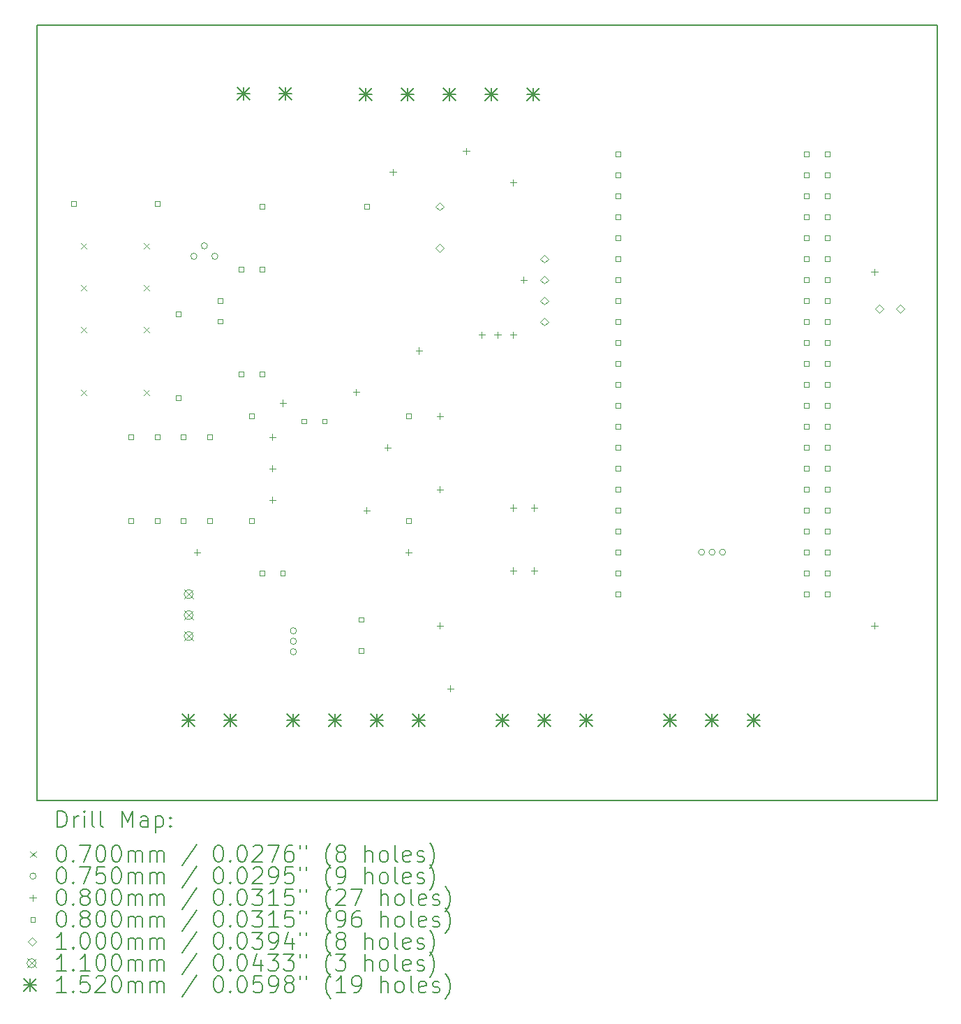
<source format=gbr>
%TF.GenerationSoftware,KiCad,Pcbnew,8.0.3*%
%TF.CreationDate,2024-08-20T11:31:27+02:00*%
%TF.ProjectId,hydrocontroller_schematic,68796472-6f63-46f6-9e74-726f6c6c6572,rev?*%
%TF.SameCoordinates,Original*%
%TF.FileFunction,Drillmap*%
%TF.FilePolarity,Positive*%
%FSLAX45Y45*%
G04 Gerber Fmt 4.5, Leading zero omitted, Abs format (unit mm)*
G04 Created by KiCad (PCBNEW 8.0.3) date 2024-08-20 11:31:27*
%MOMM*%
%LPD*%
G01*
G04 APERTURE LIST*
%ADD10C,0.200000*%
%ADD11C,0.100000*%
%ADD12C,0.110000*%
%ADD13C,0.152000*%
G04 APERTURE END LIST*
D10*
X5588000Y-3048000D02*
X16510000Y-3048000D01*
X16510000Y-12446000D01*
X5588000Y-12446000D01*
X5588000Y-3048000D01*
D11*
X6124500Y-5684867D02*
X6194500Y-5754867D01*
X6194500Y-5684867D02*
X6124500Y-5754867D01*
X6124500Y-6192867D02*
X6194500Y-6262867D01*
X6194500Y-6192867D02*
X6124500Y-6262867D01*
X6124500Y-6700867D02*
X6194500Y-6770867D01*
X6194500Y-6700867D02*
X6124500Y-6770867D01*
X6124500Y-7462867D02*
X6194500Y-7532867D01*
X6194500Y-7462867D02*
X6124500Y-7532867D01*
X6886500Y-5684867D02*
X6956500Y-5754867D01*
X6956500Y-5684867D02*
X6886500Y-5754867D01*
X6886500Y-6192867D02*
X6956500Y-6262867D01*
X6956500Y-6192867D02*
X6886500Y-6262867D01*
X6886500Y-6700867D02*
X6956500Y-6770867D01*
X6956500Y-6700867D02*
X6886500Y-6770867D01*
X6886500Y-7462867D02*
X6956500Y-7532867D01*
X6956500Y-7462867D02*
X6886500Y-7532867D01*
X7530500Y-5846867D02*
G75*
G02*
X7455500Y-5846867I-37500J0D01*
G01*
X7455500Y-5846867D02*
G75*
G02*
X7530500Y-5846867I37500J0D01*
G01*
X7657500Y-5719867D02*
G75*
G02*
X7582500Y-5719867I-37500J0D01*
G01*
X7582500Y-5719867D02*
G75*
G02*
X7657500Y-5719867I37500J0D01*
G01*
X7784500Y-5846867D02*
G75*
G02*
X7709500Y-5846867I-37500J0D01*
G01*
X7709500Y-5846867D02*
G75*
G02*
X7784500Y-5846867I37500J0D01*
G01*
X8737000Y-10386867D02*
G75*
G02*
X8662000Y-10386867I-37500J0D01*
G01*
X8662000Y-10386867D02*
G75*
G02*
X8737000Y-10386867I37500J0D01*
G01*
X8737000Y-10513867D02*
G75*
G02*
X8662000Y-10513867I-37500J0D01*
G01*
X8662000Y-10513867D02*
G75*
G02*
X8737000Y-10513867I37500J0D01*
G01*
X8737000Y-10640867D02*
G75*
G02*
X8662000Y-10640867I-37500J0D01*
G01*
X8662000Y-10640867D02*
G75*
G02*
X8737000Y-10640867I37500J0D01*
G01*
X13690000Y-9434367D02*
G75*
G02*
X13615000Y-9434367I-37500J0D01*
G01*
X13615000Y-9434367D02*
G75*
G02*
X13690000Y-9434367I37500J0D01*
G01*
X13817000Y-9434367D02*
G75*
G02*
X13742000Y-9434367I-37500J0D01*
G01*
X13742000Y-9434367D02*
G75*
G02*
X13817000Y-9434367I37500J0D01*
G01*
X13944000Y-9434367D02*
G75*
G02*
X13869000Y-9434367I-37500J0D01*
G01*
X13869000Y-9434367D02*
G75*
G02*
X13944000Y-9434367I37500J0D01*
G01*
X7531100Y-9394367D02*
X7531100Y-9474367D01*
X7491100Y-9434367D02*
X7571100Y-9434367D01*
X8445500Y-7997367D02*
X8445500Y-8077367D01*
X8405500Y-8037367D02*
X8485500Y-8037367D01*
X8445500Y-8378367D02*
X8445500Y-8458367D01*
X8405500Y-8418367D02*
X8485500Y-8418367D01*
X8445500Y-8759367D02*
X8445500Y-8839367D01*
X8405500Y-8799367D02*
X8485500Y-8799367D01*
X8572500Y-7584867D02*
X8572500Y-7664867D01*
X8532500Y-7624867D02*
X8612500Y-7624867D01*
X9461500Y-7453000D02*
X9461500Y-7533000D01*
X9421500Y-7493000D02*
X9501500Y-7493000D01*
X9588500Y-8886367D02*
X9588500Y-8966367D01*
X9548500Y-8926367D02*
X9628500Y-8926367D01*
X9842500Y-8124367D02*
X9842500Y-8204367D01*
X9802500Y-8164367D02*
X9882500Y-8164367D01*
X9906000Y-4786000D02*
X9906000Y-4866000D01*
X9866000Y-4826000D02*
X9946000Y-4826000D01*
X10096500Y-9394367D02*
X10096500Y-9474367D01*
X10056500Y-9434367D02*
X10136500Y-9434367D01*
X10223500Y-6949867D02*
X10223500Y-7029867D01*
X10183500Y-6989867D02*
X10263500Y-6989867D01*
X10477500Y-7743367D02*
X10477500Y-7823367D01*
X10437500Y-7783367D02*
X10517500Y-7783367D01*
X10477500Y-8632367D02*
X10477500Y-8712367D01*
X10437500Y-8672367D02*
X10517500Y-8672367D01*
X10477500Y-10283367D02*
X10477500Y-10363367D01*
X10437500Y-10323367D02*
X10517500Y-10323367D01*
X10604500Y-11045367D02*
X10604500Y-11125367D01*
X10564500Y-11085367D02*
X10644500Y-11085367D01*
X10795000Y-4532000D02*
X10795000Y-4612000D01*
X10755000Y-4572000D02*
X10835000Y-4572000D01*
X10985500Y-6759367D02*
X10985500Y-6839367D01*
X10945500Y-6799367D02*
X11025500Y-6799367D01*
X11176000Y-6759367D02*
X11176000Y-6839367D01*
X11136000Y-6799367D02*
X11216000Y-6799367D01*
X11366500Y-4913000D02*
X11366500Y-4993000D01*
X11326500Y-4953000D02*
X11406500Y-4953000D01*
X11366500Y-6759367D02*
X11366500Y-6839367D01*
X11326500Y-6799367D02*
X11406500Y-6799367D01*
X11366500Y-8854867D02*
X11366500Y-8934867D01*
X11326500Y-8894867D02*
X11406500Y-8894867D01*
X11366500Y-9616867D02*
X11366500Y-9696867D01*
X11326500Y-9656867D02*
X11406500Y-9656867D01*
X11493500Y-6092367D02*
X11493500Y-6172367D01*
X11453500Y-6132367D02*
X11533500Y-6132367D01*
X11620500Y-8854867D02*
X11620500Y-8934867D01*
X11580500Y-8894867D02*
X11660500Y-8894867D01*
X11620500Y-9616867D02*
X11620500Y-9696867D01*
X11580500Y-9656867D02*
X11660500Y-9656867D01*
X15748000Y-5997367D02*
X15748000Y-6077367D01*
X15708000Y-6037367D02*
X15788000Y-6037367D01*
X15748000Y-10283367D02*
X15748000Y-10363367D01*
X15708000Y-10323367D02*
X15788000Y-10323367D01*
X6060784Y-5240152D02*
X6060784Y-5183583D01*
X6004215Y-5183583D01*
X6004215Y-5240152D01*
X6060784Y-5240152D01*
X6759284Y-8065652D02*
X6759284Y-8009083D01*
X6702715Y-8009083D01*
X6702715Y-8065652D01*
X6759284Y-8065652D01*
X6759284Y-9081652D02*
X6759284Y-9025083D01*
X6702715Y-9025083D01*
X6702715Y-9081652D01*
X6759284Y-9081652D01*
X7076784Y-5240152D02*
X7076784Y-5183583D01*
X7020215Y-5183583D01*
X7020215Y-5240152D01*
X7076784Y-5240152D01*
X7076784Y-8065652D02*
X7076784Y-8009083D01*
X7020215Y-8009083D01*
X7020215Y-8065652D01*
X7076784Y-8065652D01*
X7076784Y-9081652D02*
X7076784Y-9025083D01*
X7020215Y-9025083D01*
X7020215Y-9081652D01*
X7076784Y-9081652D01*
X7330784Y-6573652D02*
X7330784Y-6517083D01*
X7274215Y-6517083D01*
X7274215Y-6573652D01*
X7330784Y-6573652D01*
X7330784Y-7589652D02*
X7330784Y-7533083D01*
X7274215Y-7533083D01*
X7274215Y-7589652D01*
X7330784Y-7589652D01*
X7394284Y-8065652D02*
X7394284Y-8009083D01*
X7337715Y-8009083D01*
X7337715Y-8065652D01*
X7394284Y-8065652D01*
X7394284Y-9081652D02*
X7394284Y-9025083D01*
X7337715Y-9025083D01*
X7337715Y-9081652D01*
X7394284Y-9081652D01*
X7711784Y-8065652D02*
X7711784Y-8009083D01*
X7655215Y-8009083D01*
X7655215Y-8065652D01*
X7711784Y-8065652D01*
X7711784Y-9081652D02*
X7711784Y-9025083D01*
X7655215Y-9025083D01*
X7655215Y-9081652D01*
X7711784Y-9081652D01*
X7838784Y-6414652D02*
X7838784Y-6358083D01*
X7782215Y-6358083D01*
X7782215Y-6414652D01*
X7838784Y-6414652D01*
X7838784Y-6664652D02*
X7838784Y-6608083D01*
X7782215Y-6608083D01*
X7782215Y-6664652D01*
X7838784Y-6664652D01*
X8096784Y-6033652D02*
X8096784Y-5977083D01*
X8040215Y-5977083D01*
X8040215Y-6033652D01*
X8096784Y-6033652D01*
X8096784Y-7303652D02*
X8096784Y-7247083D01*
X8040215Y-7247083D01*
X8040215Y-7303652D01*
X8096784Y-7303652D01*
X8219784Y-7811652D02*
X8219784Y-7755083D01*
X8163215Y-7755083D01*
X8163215Y-7811652D01*
X8219784Y-7811652D01*
X8219784Y-9081652D02*
X8219784Y-9025083D01*
X8163215Y-9025083D01*
X8163215Y-9081652D01*
X8219784Y-9081652D01*
X8346784Y-5271652D02*
X8346784Y-5215083D01*
X8290215Y-5215083D01*
X8290215Y-5271652D01*
X8346784Y-5271652D01*
X8346784Y-6033652D02*
X8346784Y-5977083D01*
X8290215Y-5977083D01*
X8290215Y-6033652D01*
X8346784Y-6033652D01*
X8346784Y-7303652D02*
X8346784Y-7247083D01*
X8290215Y-7247083D01*
X8290215Y-7303652D01*
X8346784Y-7303652D01*
X8346784Y-9716652D02*
X8346784Y-9660083D01*
X8290215Y-9660083D01*
X8290215Y-9716652D01*
X8346784Y-9716652D01*
X8596785Y-9716652D02*
X8596785Y-9660083D01*
X8540216Y-9660083D01*
X8540216Y-9716652D01*
X8596785Y-9716652D01*
X8854785Y-7875152D02*
X8854785Y-7818583D01*
X8798216Y-7818583D01*
X8798216Y-7875152D01*
X8854785Y-7875152D01*
X9104785Y-7875152D02*
X9104785Y-7818583D01*
X9048216Y-7818583D01*
X9048216Y-7875152D01*
X9104785Y-7875152D01*
X9553285Y-10278917D02*
X9553285Y-10222348D01*
X9496716Y-10222348D01*
X9496716Y-10278917D01*
X9553285Y-10278917D01*
X9553285Y-10658917D02*
X9553285Y-10602348D01*
X9496716Y-10602348D01*
X9496716Y-10658917D01*
X9553285Y-10658917D01*
X9616785Y-5271652D02*
X9616785Y-5215083D01*
X9560216Y-5215083D01*
X9560216Y-5271652D01*
X9616785Y-5271652D01*
X10124785Y-7811652D02*
X10124785Y-7755083D01*
X10068216Y-7755083D01*
X10068216Y-7811652D01*
X10124785Y-7811652D01*
X10124785Y-9081652D02*
X10124785Y-9025083D01*
X10068216Y-9025083D01*
X10068216Y-9081652D01*
X10124785Y-9081652D01*
X12664784Y-4636652D02*
X12664784Y-4580083D01*
X12608215Y-4580083D01*
X12608215Y-4636652D01*
X12664784Y-4636652D01*
X12664784Y-4890652D02*
X12664784Y-4834083D01*
X12608215Y-4834083D01*
X12608215Y-4890652D01*
X12664784Y-4890652D01*
X12664784Y-5144652D02*
X12664784Y-5088083D01*
X12608215Y-5088083D01*
X12608215Y-5144652D01*
X12664784Y-5144652D01*
X12664784Y-5398652D02*
X12664784Y-5342083D01*
X12608215Y-5342083D01*
X12608215Y-5398652D01*
X12664784Y-5398652D01*
X12664784Y-5652652D02*
X12664784Y-5596083D01*
X12608215Y-5596083D01*
X12608215Y-5652652D01*
X12664784Y-5652652D01*
X12664784Y-5906652D02*
X12664784Y-5850083D01*
X12608215Y-5850083D01*
X12608215Y-5906652D01*
X12664784Y-5906652D01*
X12664784Y-6160652D02*
X12664784Y-6104083D01*
X12608215Y-6104083D01*
X12608215Y-6160652D01*
X12664784Y-6160652D01*
X12664784Y-6414652D02*
X12664784Y-6358083D01*
X12608215Y-6358083D01*
X12608215Y-6414652D01*
X12664784Y-6414652D01*
X12664784Y-6668652D02*
X12664784Y-6612083D01*
X12608215Y-6612083D01*
X12608215Y-6668652D01*
X12664784Y-6668652D01*
X12664784Y-6922652D02*
X12664784Y-6866083D01*
X12608215Y-6866083D01*
X12608215Y-6922652D01*
X12664784Y-6922652D01*
X12664784Y-7176652D02*
X12664784Y-7120083D01*
X12608215Y-7120083D01*
X12608215Y-7176652D01*
X12664784Y-7176652D01*
X12664784Y-7430652D02*
X12664784Y-7374083D01*
X12608215Y-7374083D01*
X12608215Y-7430652D01*
X12664784Y-7430652D01*
X12664784Y-7684652D02*
X12664784Y-7628083D01*
X12608215Y-7628083D01*
X12608215Y-7684652D01*
X12664784Y-7684652D01*
X12664784Y-7938652D02*
X12664784Y-7882083D01*
X12608215Y-7882083D01*
X12608215Y-7938652D01*
X12664784Y-7938652D01*
X12664784Y-8192652D02*
X12664784Y-8136083D01*
X12608215Y-8136083D01*
X12608215Y-8192652D01*
X12664784Y-8192652D01*
X12664784Y-8446652D02*
X12664784Y-8390083D01*
X12608215Y-8390083D01*
X12608215Y-8446652D01*
X12664784Y-8446652D01*
X12664784Y-8700652D02*
X12664784Y-8644083D01*
X12608215Y-8644083D01*
X12608215Y-8700652D01*
X12664784Y-8700652D01*
X12664784Y-8954652D02*
X12664784Y-8898083D01*
X12608215Y-8898083D01*
X12608215Y-8954652D01*
X12664784Y-8954652D01*
X12664784Y-9208652D02*
X12664784Y-9152083D01*
X12608215Y-9152083D01*
X12608215Y-9208652D01*
X12664784Y-9208652D01*
X12664784Y-9462652D02*
X12664784Y-9406083D01*
X12608215Y-9406083D01*
X12608215Y-9462652D01*
X12664784Y-9462652D01*
X12664784Y-9716652D02*
X12664784Y-9660083D01*
X12608215Y-9660083D01*
X12608215Y-9716652D01*
X12664784Y-9716652D01*
X12664784Y-9970652D02*
X12664784Y-9914083D01*
X12608215Y-9914083D01*
X12608215Y-9970652D01*
X12664784Y-9970652D01*
X14954784Y-5398652D02*
X14954784Y-5342083D01*
X14898215Y-5342083D01*
X14898215Y-5398652D01*
X14954784Y-5398652D01*
X14954784Y-5652652D02*
X14954784Y-5596083D01*
X14898215Y-5596083D01*
X14898215Y-5652652D01*
X14954784Y-5652652D01*
X14954784Y-5906652D02*
X14954784Y-5850083D01*
X14898215Y-5850083D01*
X14898215Y-5906652D01*
X14954784Y-5906652D01*
X14954784Y-6160652D02*
X14954784Y-6104083D01*
X14898215Y-6104083D01*
X14898215Y-6160652D01*
X14954784Y-6160652D01*
X14954784Y-6414652D02*
X14954784Y-6358083D01*
X14898215Y-6358083D01*
X14898215Y-6414652D01*
X14954784Y-6414652D01*
X14954784Y-6668652D02*
X14954784Y-6612083D01*
X14898215Y-6612083D01*
X14898215Y-6668652D01*
X14954784Y-6668652D01*
X14954784Y-6922652D02*
X14954784Y-6866083D01*
X14898215Y-6866083D01*
X14898215Y-6922652D01*
X14954784Y-6922652D01*
X14954784Y-7176652D02*
X14954784Y-7120083D01*
X14898215Y-7120083D01*
X14898215Y-7176652D01*
X14954784Y-7176652D01*
X14954784Y-7430652D02*
X14954784Y-7374083D01*
X14898215Y-7374083D01*
X14898215Y-7430652D01*
X14954784Y-7430652D01*
X14954784Y-7684652D02*
X14954784Y-7628083D01*
X14898215Y-7628083D01*
X14898215Y-7684652D01*
X14954784Y-7684652D01*
X14954784Y-7938652D02*
X14954784Y-7882083D01*
X14898215Y-7882083D01*
X14898215Y-7938652D01*
X14954784Y-7938652D01*
X14954784Y-8192652D02*
X14954784Y-8136083D01*
X14898215Y-8136083D01*
X14898215Y-8192652D01*
X14954784Y-8192652D01*
X14954784Y-8446652D02*
X14954784Y-8390083D01*
X14898215Y-8390083D01*
X14898215Y-8446652D01*
X14954784Y-8446652D01*
X14954784Y-8700652D02*
X14954784Y-8644083D01*
X14898215Y-8644083D01*
X14898215Y-8700652D01*
X14954784Y-8700652D01*
X14954784Y-8954652D02*
X14954784Y-8898083D01*
X14898215Y-8898083D01*
X14898215Y-8954652D01*
X14954784Y-8954652D01*
X14954784Y-9208652D02*
X14954784Y-9152083D01*
X14898215Y-9152083D01*
X14898215Y-9208652D01*
X14954784Y-9208652D01*
X14954784Y-9462652D02*
X14954784Y-9406083D01*
X14898215Y-9406083D01*
X14898215Y-9462652D01*
X14954784Y-9462652D01*
X14954784Y-9716652D02*
X14954784Y-9660083D01*
X14898215Y-9660083D01*
X14898215Y-9716652D01*
X14954784Y-9716652D01*
X14954784Y-9970652D02*
X14954784Y-9914083D01*
X14898215Y-9914083D01*
X14898215Y-9970652D01*
X14954784Y-9970652D01*
X14955152Y-4636924D02*
X14955152Y-4580355D01*
X14898583Y-4580355D01*
X14898583Y-4636924D01*
X14955152Y-4636924D01*
X14955152Y-4890924D02*
X14955152Y-4834355D01*
X14898583Y-4834355D01*
X14898583Y-4890924D01*
X14955152Y-4890924D01*
X14955152Y-5144924D02*
X14955152Y-5088355D01*
X14898583Y-5088355D01*
X14898583Y-5144924D01*
X14955152Y-5144924D01*
X15204784Y-5398652D02*
X15204784Y-5342083D01*
X15148215Y-5342083D01*
X15148215Y-5398652D01*
X15204784Y-5398652D01*
X15204784Y-5652652D02*
X15204784Y-5596083D01*
X15148215Y-5596083D01*
X15148215Y-5652652D01*
X15204784Y-5652652D01*
X15204784Y-5906652D02*
X15204784Y-5850083D01*
X15148215Y-5850083D01*
X15148215Y-5906652D01*
X15204784Y-5906652D01*
X15204784Y-6160652D02*
X15204784Y-6104083D01*
X15148215Y-6104083D01*
X15148215Y-6160652D01*
X15204784Y-6160652D01*
X15204784Y-6414652D02*
X15204784Y-6358083D01*
X15148215Y-6358083D01*
X15148215Y-6414652D01*
X15204784Y-6414652D01*
X15204784Y-6668652D02*
X15204784Y-6612083D01*
X15148215Y-6612083D01*
X15148215Y-6668652D01*
X15204784Y-6668652D01*
X15204784Y-6922652D02*
X15204784Y-6866083D01*
X15148215Y-6866083D01*
X15148215Y-6922652D01*
X15204784Y-6922652D01*
X15204784Y-7176652D02*
X15204784Y-7120083D01*
X15148215Y-7120083D01*
X15148215Y-7176652D01*
X15204784Y-7176652D01*
X15204784Y-7430652D02*
X15204784Y-7374083D01*
X15148215Y-7374083D01*
X15148215Y-7430652D01*
X15204784Y-7430652D01*
X15204784Y-7684652D02*
X15204784Y-7628083D01*
X15148215Y-7628083D01*
X15148215Y-7684652D01*
X15204784Y-7684652D01*
X15204784Y-7938652D02*
X15204784Y-7882083D01*
X15148215Y-7882083D01*
X15148215Y-7938652D01*
X15204784Y-7938652D01*
X15204784Y-8192652D02*
X15204784Y-8136083D01*
X15148215Y-8136083D01*
X15148215Y-8192652D01*
X15204784Y-8192652D01*
X15204784Y-8446652D02*
X15204784Y-8390083D01*
X15148215Y-8390083D01*
X15148215Y-8446652D01*
X15204784Y-8446652D01*
X15204784Y-8700652D02*
X15204784Y-8644083D01*
X15148215Y-8644083D01*
X15148215Y-8700652D01*
X15204784Y-8700652D01*
X15204784Y-8954652D02*
X15204784Y-8898083D01*
X15148215Y-8898083D01*
X15148215Y-8954652D01*
X15204784Y-8954652D01*
X15204784Y-9208652D02*
X15204784Y-9152083D01*
X15148215Y-9152083D01*
X15148215Y-9208652D01*
X15204784Y-9208652D01*
X15204784Y-9462652D02*
X15204784Y-9406083D01*
X15148215Y-9406083D01*
X15148215Y-9462652D01*
X15204784Y-9462652D01*
X15204784Y-9716652D02*
X15204784Y-9660083D01*
X15148215Y-9660083D01*
X15148215Y-9716652D01*
X15204784Y-9716652D01*
X15204784Y-9970652D02*
X15204784Y-9914083D01*
X15148215Y-9914083D01*
X15148215Y-9970652D01*
X15204784Y-9970652D01*
X15205152Y-4636924D02*
X15205152Y-4580355D01*
X15148583Y-4580355D01*
X15148583Y-4636924D01*
X15205152Y-4636924D01*
X15205152Y-4890924D02*
X15205152Y-4834355D01*
X15148583Y-4834355D01*
X15148583Y-4890924D01*
X15205152Y-4890924D01*
X15205152Y-5144924D02*
X15205152Y-5088355D01*
X15148583Y-5088355D01*
X15148583Y-5144924D01*
X15205152Y-5144924D01*
X10477500Y-5293367D02*
X10527500Y-5243367D01*
X10477500Y-5193367D01*
X10427500Y-5243367D01*
X10477500Y-5293367D01*
X10477500Y-5793367D02*
X10527500Y-5743367D01*
X10477500Y-5693367D01*
X10427500Y-5743367D01*
X10477500Y-5793367D01*
X11747500Y-5928367D02*
X11797500Y-5878367D01*
X11747500Y-5828367D01*
X11697500Y-5878367D01*
X11747500Y-5928367D01*
X11747500Y-6182367D02*
X11797500Y-6132367D01*
X11747500Y-6082367D01*
X11697500Y-6132367D01*
X11747500Y-6182367D01*
X11747500Y-6436367D02*
X11797500Y-6386367D01*
X11747500Y-6336367D01*
X11697500Y-6386367D01*
X11747500Y-6436367D01*
X11747500Y-6690367D02*
X11797500Y-6640367D01*
X11747500Y-6590367D01*
X11697500Y-6640367D01*
X11747500Y-6690367D01*
X15811500Y-6531867D02*
X15861500Y-6481867D01*
X15811500Y-6431867D01*
X15761500Y-6481867D01*
X15811500Y-6531867D01*
X16065500Y-6531867D02*
X16115500Y-6481867D01*
X16065500Y-6431867D01*
X16015500Y-6481867D01*
X16065500Y-6531867D01*
D12*
X7374500Y-9887367D02*
X7484500Y-9997367D01*
X7484500Y-9887367D02*
X7374500Y-9997367D01*
X7484500Y-9942367D02*
G75*
G02*
X7374500Y-9942367I-55000J0D01*
G01*
X7374500Y-9942367D02*
G75*
G02*
X7484500Y-9942367I55000J0D01*
G01*
X7374500Y-10141367D02*
X7484500Y-10251367D01*
X7484500Y-10141367D02*
X7374500Y-10251367D01*
X7484500Y-10196367D02*
G75*
G02*
X7374500Y-10196367I-55000J0D01*
G01*
X7374500Y-10196367D02*
G75*
G02*
X7484500Y-10196367I55000J0D01*
G01*
X7374500Y-10395367D02*
X7484500Y-10505367D01*
X7484500Y-10395367D02*
X7374500Y-10505367D01*
X7484500Y-10450367D02*
G75*
G02*
X7374500Y-10450367I-55000J0D01*
G01*
X7374500Y-10450367D02*
G75*
G02*
X7484500Y-10450367I55000J0D01*
G01*
D13*
X7353500Y-11390367D02*
X7505500Y-11542367D01*
X7505500Y-11390367D02*
X7353500Y-11542367D01*
X7429500Y-11390367D02*
X7429500Y-11542367D01*
X7353500Y-11466367D02*
X7505500Y-11466367D01*
X7861500Y-11390367D02*
X8013500Y-11542367D01*
X8013500Y-11390367D02*
X7861500Y-11542367D01*
X7937500Y-11390367D02*
X7937500Y-11542367D01*
X7861500Y-11466367D02*
X8013500Y-11466367D01*
X8018600Y-3797500D02*
X8170600Y-3949500D01*
X8170600Y-3797500D02*
X8018600Y-3949500D01*
X8094600Y-3797500D02*
X8094600Y-3949500D01*
X8018600Y-3873500D02*
X8170600Y-3873500D01*
X8526600Y-3797500D02*
X8678600Y-3949500D01*
X8678600Y-3797500D02*
X8526600Y-3949500D01*
X8602600Y-3797500D02*
X8602600Y-3949500D01*
X8526600Y-3873500D02*
X8678600Y-3873500D01*
X8623500Y-11390367D02*
X8775500Y-11542367D01*
X8775500Y-11390367D02*
X8623500Y-11542367D01*
X8699500Y-11390367D02*
X8699500Y-11542367D01*
X8623500Y-11466367D02*
X8775500Y-11466367D01*
X9131500Y-11390367D02*
X9283500Y-11542367D01*
X9283500Y-11390367D02*
X9131500Y-11542367D01*
X9207500Y-11390367D02*
X9207500Y-11542367D01*
X9131500Y-11466367D02*
X9283500Y-11466367D01*
X9504500Y-3810200D02*
X9656500Y-3962200D01*
X9656500Y-3810200D02*
X9504500Y-3962200D01*
X9580500Y-3810200D02*
X9580500Y-3962200D01*
X9504500Y-3886200D02*
X9656500Y-3886200D01*
X9639500Y-11390367D02*
X9791500Y-11542367D01*
X9791500Y-11390367D02*
X9639500Y-11542367D01*
X9715500Y-11390367D02*
X9715500Y-11542367D01*
X9639500Y-11466367D02*
X9791500Y-11466367D01*
X10012500Y-3810200D02*
X10164500Y-3962200D01*
X10164500Y-3810200D02*
X10012500Y-3962200D01*
X10088500Y-3810200D02*
X10088500Y-3962200D01*
X10012500Y-3886200D02*
X10164500Y-3886200D01*
X10147500Y-11390367D02*
X10299500Y-11542367D01*
X10299500Y-11390367D02*
X10147500Y-11542367D01*
X10223500Y-11390367D02*
X10223500Y-11542367D01*
X10147500Y-11466367D02*
X10299500Y-11466367D01*
X10520500Y-3810200D02*
X10672500Y-3962200D01*
X10672500Y-3810200D02*
X10520500Y-3962200D01*
X10596500Y-3810200D02*
X10596500Y-3962200D01*
X10520500Y-3886200D02*
X10672500Y-3886200D01*
X11028500Y-3810200D02*
X11180500Y-3962200D01*
X11180500Y-3810200D02*
X11028500Y-3962200D01*
X11104500Y-3810200D02*
X11104500Y-3962200D01*
X11028500Y-3886200D02*
X11180500Y-3886200D01*
X11163500Y-11390367D02*
X11315500Y-11542367D01*
X11315500Y-11390367D02*
X11163500Y-11542367D01*
X11239500Y-11390367D02*
X11239500Y-11542367D01*
X11163500Y-11466367D02*
X11315500Y-11466367D01*
X11536500Y-3810200D02*
X11688500Y-3962200D01*
X11688500Y-3810200D02*
X11536500Y-3962200D01*
X11612500Y-3810200D02*
X11612500Y-3962200D01*
X11536500Y-3886200D02*
X11688500Y-3886200D01*
X11671500Y-11390367D02*
X11823500Y-11542367D01*
X11823500Y-11390367D02*
X11671500Y-11542367D01*
X11747500Y-11390367D02*
X11747500Y-11542367D01*
X11671500Y-11466367D02*
X11823500Y-11466367D01*
X12179500Y-11390367D02*
X12331500Y-11542367D01*
X12331500Y-11390367D02*
X12179500Y-11542367D01*
X12255500Y-11390367D02*
X12255500Y-11542367D01*
X12179500Y-11466367D02*
X12331500Y-11466367D01*
X13195500Y-11390367D02*
X13347500Y-11542367D01*
X13347500Y-11390367D02*
X13195500Y-11542367D01*
X13271500Y-11390367D02*
X13271500Y-11542367D01*
X13195500Y-11466367D02*
X13347500Y-11466367D01*
X13703500Y-11390367D02*
X13855500Y-11542367D01*
X13855500Y-11390367D02*
X13703500Y-11542367D01*
X13779500Y-11390367D02*
X13779500Y-11542367D01*
X13703500Y-11466367D02*
X13855500Y-11466367D01*
X14211500Y-11390367D02*
X14363500Y-11542367D01*
X14363500Y-11390367D02*
X14211500Y-11542367D01*
X14287500Y-11390367D02*
X14287500Y-11542367D01*
X14211500Y-11466367D02*
X14363500Y-11466367D01*
D10*
X5838777Y-12767484D02*
X5838777Y-12567484D01*
X5838777Y-12567484D02*
X5886396Y-12567484D01*
X5886396Y-12567484D02*
X5914967Y-12577008D01*
X5914967Y-12577008D02*
X5934015Y-12596055D01*
X5934015Y-12596055D02*
X5943539Y-12615103D01*
X5943539Y-12615103D02*
X5953062Y-12653198D01*
X5953062Y-12653198D02*
X5953062Y-12681769D01*
X5953062Y-12681769D02*
X5943539Y-12719865D01*
X5943539Y-12719865D02*
X5934015Y-12738912D01*
X5934015Y-12738912D02*
X5914967Y-12757960D01*
X5914967Y-12757960D02*
X5886396Y-12767484D01*
X5886396Y-12767484D02*
X5838777Y-12767484D01*
X6038777Y-12767484D02*
X6038777Y-12634150D01*
X6038777Y-12672246D02*
X6048301Y-12653198D01*
X6048301Y-12653198D02*
X6057824Y-12643674D01*
X6057824Y-12643674D02*
X6076872Y-12634150D01*
X6076872Y-12634150D02*
X6095920Y-12634150D01*
X6162586Y-12767484D02*
X6162586Y-12634150D01*
X6162586Y-12567484D02*
X6153062Y-12577008D01*
X6153062Y-12577008D02*
X6162586Y-12586531D01*
X6162586Y-12586531D02*
X6172110Y-12577008D01*
X6172110Y-12577008D02*
X6162586Y-12567484D01*
X6162586Y-12567484D02*
X6162586Y-12586531D01*
X6286396Y-12767484D02*
X6267348Y-12757960D01*
X6267348Y-12757960D02*
X6257824Y-12738912D01*
X6257824Y-12738912D02*
X6257824Y-12567484D01*
X6391158Y-12767484D02*
X6372110Y-12757960D01*
X6372110Y-12757960D02*
X6362586Y-12738912D01*
X6362586Y-12738912D02*
X6362586Y-12567484D01*
X6619729Y-12767484D02*
X6619729Y-12567484D01*
X6619729Y-12567484D02*
X6686396Y-12710341D01*
X6686396Y-12710341D02*
X6753062Y-12567484D01*
X6753062Y-12567484D02*
X6753062Y-12767484D01*
X6934015Y-12767484D02*
X6934015Y-12662722D01*
X6934015Y-12662722D02*
X6924491Y-12643674D01*
X6924491Y-12643674D02*
X6905443Y-12634150D01*
X6905443Y-12634150D02*
X6867348Y-12634150D01*
X6867348Y-12634150D02*
X6848301Y-12643674D01*
X6934015Y-12757960D02*
X6914967Y-12767484D01*
X6914967Y-12767484D02*
X6867348Y-12767484D01*
X6867348Y-12767484D02*
X6848301Y-12757960D01*
X6848301Y-12757960D02*
X6838777Y-12738912D01*
X6838777Y-12738912D02*
X6838777Y-12719865D01*
X6838777Y-12719865D02*
X6848301Y-12700817D01*
X6848301Y-12700817D02*
X6867348Y-12691293D01*
X6867348Y-12691293D02*
X6914967Y-12691293D01*
X6914967Y-12691293D02*
X6934015Y-12681769D01*
X7029253Y-12634150D02*
X7029253Y-12834150D01*
X7029253Y-12643674D02*
X7048301Y-12634150D01*
X7048301Y-12634150D02*
X7086396Y-12634150D01*
X7086396Y-12634150D02*
X7105443Y-12643674D01*
X7105443Y-12643674D02*
X7114967Y-12653198D01*
X7114967Y-12653198D02*
X7124491Y-12672246D01*
X7124491Y-12672246D02*
X7124491Y-12729388D01*
X7124491Y-12729388D02*
X7114967Y-12748436D01*
X7114967Y-12748436D02*
X7105443Y-12757960D01*
X7105443Y-12757960D02*
X7086396Y-12767484D01*
X7086396Y-12767484D02*
X7048301Y-12767484D01*
X7048301Y-12767484D02*
X7029253Y-12757960D01*
X7210205Y-12748436D02*
X7219729Y-12757960D01*
X7219729Y-12757960D02*
X7210205Y-12767484D01*
X7210205Y-12767484D02*
X7200682Y-12757960D01*
X7200682Y-12757960D02*
X7210205Y-12748436D01*
X7210205Y-12748436D02*
X7210205Y-12767484D01*
X7210205Y-12643674D02*
X7219729Y-12653198D01*
X7219729Y-12653198D02*
X7210205Y-12662722D01*
X7210205Y-12662722D02*
X7200682Y-12653198D01*
X7200682Y-12653198D02*
X7210205Y-12643674D01*
X7210205Y-12643674D02*
X7210205Y-12662722D01*
D11*
X5508000Y-13061000D02*
X5578000Y-13131000D01*
X5578000Y-13061000D02*
X5508000Y-13131000D01*
D10*
X5876872Y-12987484D02*
X5895920Y-12987484D01*
X5895920Y-12987484D02*
X5914967Y-12997008D01*
X5914967Y-12997008D02*
X5924491Y-13006531D01*
X5924491Y-13006531D02*
X5934015Y-13025579D01*
X5934015Y-13025579D02*
X5943539Y-13063674D01*
X5943539Y-13063674D02*
X5943539Y-13111293D01*
X5943539Y-13111293D02*
X5934015Y-13149388D01*
X5934015Y-13149388D02*
X5924491Y-13168436D01*
X5924491Y-13168436D02*
X5914967Y-13177960D01*
X5914967Y-13177960D02*
X5895920Y-13187484D01*
X5895920Y-13187484D02*
X5876872Y-13187484D01*
X5876872Y-13187484D02*
X5857824Y-13177960D01*
X5857824Y-13177960D02*
X5848301Y-13168436D01*
X5848301Y-13168436D02*
X5838777Y-13149388D01*
X5838777Y-13149388D02*
X5829253Y-13111293D01*
X5829253Y-13111293D02*
X5829253Y-13063674D01*
X5829253Y-13063674D02*
X5838777Y-13025579D01*
X5838777Y-13025579D02*
X5848301Y-13006531D01*
X5848301Y-13006531D02*
X5857824Y-12997008D01*
X5857824Y-12997008D02*
X5876872Y-12987484D01*
X6029253Y-13168436D02*
X6038777Y-13177960D01*
X6038777Y-13177960D02*
X6029253Y-13187484D01*
X6029253Y-13187484D02*
X6019729Y-13177960D01*
X6019729Y-13177960D02*
X6029253Y-13168436D01*
X6029253Y-13168436D02*
X6029253Y-13187484D01*
X6105443Y-12987484D02*
X6238777Y-12987484D01*
X6238777Y-12987484D02*
X6153062Y-13187484D01*
X6353062Y-12987484D02*
X6372110Y-12987484D01*
X6372110Y-12987484D02*
X6391158Y-12997008D01*
X6391158Y-12997008D02*
X6400682Y-13006531D01*
X6400682Y-13006531D02*
X6410205Y-13025579D01*
X6410205Y-13025579D02*
X6419729Y-13063674D01*
X6419729Y-13063674D02*
X6419729Y-13111293D01*
X6419729Y-13111293D02*
X6410205Y-13149388D01*
X6410205Y-13149388D02*
X6400682Y-13168436D01*
X6400682Y-13168436D02*
X6391158Y-13177960D01*
X6391158Y-13177960D02*
X6372110Y-13187484D01*
X6372110Y-13187484D02*
X6353062Y-13187484D01*
X6353062Y-13187484D02*
X6334015Y-13177960D01*
X6334015Y-13177960D02*
X6324491Y-13168436D01*
X6324491Y-13168436D02*
X6314967Y-13149388D01*
X6314967Y-13149388D02*
X6305443Y-13111293D01*
X6305443Y-13111293D02*
X6305443Y-13063674D01*
X6305443Y-13063674D02*
X6314967Y-13025579D01*
X6314967Y-13025579D02*
X6324491Y-13006531D01*
X6324491Y-13006531D02*
X6334015Y-12997008D01*
X6334015Y-12997008D02*
X6353062Y-12987484D01*
X6543539Y-12987484D02*
X6562586Y-12987484D01*
X6562586Y-12987484D02*
X6581634Y-12997008D01*
X6581634Y-12997008D02*
X6591158Y-13006531D01*
X6591158Y-13006531D02*
X6600682Y-13025579D01*
X6600682Y-13025579D02*
X6610205Y-13063674D01*
X6610205Y-13063674D02*
X6610205Y-13111293D01*
X6610205Y-13111293D02*
X6600682Y-13149388D01*
X6600682Y-13149388D02*
X6591158Y-13168436D01*
X6591158Y-13168436D02*
X6581634Y-13177960D01*
X6581634Y-13177960D02*
X6562586Y-13187484D01*
X6562586Y-13187484D02*
X6543539Y-13187484D01*
X6543539Y-13187484D02*
X6524491Y-13177960D01*
X6524491Y-13177960D02*
X6514967Y-13168436D01*
X6514967Y-13168436D02*
X6505443Y-13149388D01*
X6505443Y-13149388D02*
X6495920Y-13111293D01*
X6495920Y-13111293D02*
X6495920Y-13063674D01*
X6495920Y-13063674D02*
X6505443Y-13025579D01*
X6505443Y-13025579D02*
X6514967Y-13006531D01*
X6514967Y-13006531D02*
X6524491Y-12997008D01*
X6524491Y-12997008D02*
X6543539Y-12987484D01*
X6695920Y-13187484D02*
X6695920Y-13054150D01*
X6695920Y-13073198D02*
X6705443Y-13063674D01*
X6705443Y-13063674D02*
X6724491Y-13054150D01*
X6724491Y-13054150D02*
X6753063Y-13054150D01*
X6753063Y-13054150D02*
X6772110Y-13063674D01*
X6772110Y-13063674D02*
X6781634Y-13082722D01*
X6781634Y-13082722D02*
X6781634Y-13187484D01*
X6781634Y-13082722D02*
X6791158Y-13063674D01*
X6791158Y-13063674D02*
X6810205Y-13054150D01*
X6810205Y-13054150D02*
X6838777Y-13054150D01*
X6838777Y-13054150D02*
X6857824Y-13063674D01*
X6857824Y-13063674D02*
X6867348Y-13082722D01*
X6867348Y-13082722D02*
X6867348Y-13187484D01*
X6962586Y-13187484D02*
X6962586Y-13054150D01*
X6962586Y-13073198D02*
X6972110Y-13063674D01*
X6972110Y-13063674D02*
X6991158Y-13054150D01*
X6991158Y-13054150D02*
X7019729Y-13054150D01*
X7019729Y-13054150D02*
X7038777Y-13063674D01*
X7038777Y-13063674D02*
X7048301Y-13082722D01*
X7048301Y-13082722D02*
X7048301Y-13187484D01*
X7048301Y-13082722D02*
X7057824Y-13063674D01*
X7057824Y-13063674D02*
X7076872Y-13054150D01*
X7076872Y-13054150D02*
X7105443Y-13054150D01*
X7105443Y-13054150D02*
X7124491Y-13063674D01*
X7124491Y-13063674D02*
X7134015Y-13082722D01*
X7134015Y-13082722D02*
X7134015Y-13187484D01*
X7524491Y-12977960D02*
X7353063Y-13235103D01*
X7781634Y-12987484D02*
X7800682Y-12987484D01*
X7800682Y-12987484D02*
X7819729Y-12997008D01*
X7819729Y-12997008D02*
X7829253Y-13006531D01*
X7829253Y-13006531D02*
X7838777Y-13025579D01*
X7838777Y-13025579D02*
X7848301Y-13063674D01*
X7848301Y-13063674D02*
X7848301Y-13111293D01*
X7848301Y-13111293D02*
X7838777Y-13149388D01*
X7838777Y-13149388D02*
X7829253Y-13168436D01*
X7829253Y-13168436D02*
X7819729Y-13177960D01*
X7819729Y-13177960D02*
X7800682Y-13187484D01*
X7800682Y-13187484D02*
X7781634Y-13187484D01*
X7781634Y-13187484D02*
X7762586Y-13177960D01*
X7762586Y-13177960D02*
X7753063Y-13168436D01*
X7753063Y-13168436D02*
X7743539Y-13149388D01*
X7743539Y-13149388D02*
X7734015Y-13111293D01*
X7734015Y-13111293D02*
X7734015Y-13063674D01*
X7734015Y-13063674D02*
X7743539Y-13025579D01*
X7743539Y-13025579D02*
X7753063Y-13006531D01*
X7753063Y-13006531D02*
X7762586Y-12997008D01*
X7762586Y-12997008D02*
X7781634Y-12987484D01*
X7934015Y-13168436D02*
X7943539Y-13177960D01*
X7943539Y-13177960D02*
X7934015Y-13187484D01*
X7934015Y-13187484D02*
X7924491Y-13177960D01*
X7924491Y-13177960D02*
X7934015Y-13168436D01*
X7934015Y-13168436D02*
X7934015Y-13187484D01*
X8067348Y-12987484D02*
X8086396Y-12987484D01*
X8086396Y-12987484D02*
X8105444Y-12997008D01*
X8105444Y-12997008D02*
X8114967Y-13006531D01*
X8114967Y-13006531D02*
X8124491Y-13025579D01*
X8124491Y-13025579D02*
X8134015Y-13063674D01*
X8134015Y-13063674D02*
X8134015Y-13111293D01*
X8134015Y-13111293D02*
X8124491Y-13149388D01*
X8124491Y-13149388D02*
X8114967Y-13168436D01*
X8114967Y-13168436D02*
X8105444Y-13177960D01*
X8105444Y-13177960D02*
X8086396Y-13187484D01*
X8086396Y-13187484D02*
X8067348Y-13187484D01*
X8067348Y-13187484D02*
X8048301Y-13177960D01*
X8048301Y-13177960D02*
X8038777Y-13168436D01*
X8038777Y-13168436D02*
X8029253Y-13149388D01*
X8029253Y-13149388D02*
X8019729Y-13111293D01*
X8019729Y-13111293D02*
X8019729Y-13063674D01*
X8019729Y-13063674D02*
X8029253Y-13025579D01*
X8029253Y-13025579D02*
X8038777Y-13006531D01*
X8038777Y-13006531D02*
X8048301Y-12997008D01*
X8048301Y-12997008D02*
X8067348Y-12987484D01*
X8210206Y-13006531D02*
X8219729Y-12997008D01*
X8219729Y-12997008D02*
X8238777Y-12987484D01*
X8238777Y-12987484D02*
X8286396Y-12987484D01*
X8286396Y-12987484D02*
X8305444Y-12997008D01*
X8305444Y-12997008D02*
X8314967Y-13006531D01*
X8314967Y-13006531D02*
X8324491Y-13025579D01*
X8324491Y-13025579D02*
X8324491Y-13044627D01*
X8324491Y-13044627D02*
X8314967Y-13073198D01*
X8314967Y-13073198D02*
X8200682Y-13187484D01*
X8200682Y-13187484D02*
X8324491Y-13187484D01*
X8391158Y-12987484D02*
X8524491Y-12987484D01*
X8524491Y-12987484D02*
X8438777Y-13187484D01*
X8686396Y-12987484D02*
X8648301Y-12987484D01*
X8648301Y-12987484D02*
X8629253Y-12997008D01*
X8629253Y-12997008D02*
X8619729Y-13006531D01*
X8619729Y-13006531D02*
X8600682Y-13035103D01*
X8600682Y-13035103D02*
X8591158Y-13073198D01*
X8591158Y-13073198D02*
X8591158Y-13149388D01*
X8591158Y-13149388D02*
X8600682Y-13168436D01*
X8600682Y-13168436D02*
X8610206Y-13177960D01*
X8610206Y-13177960D02*
X8629253Y-13187484D01*
X8629253Y-13187484D02*
X8667349Y-13187484D01*
X8667349Y-13187484D02*
X8686396Y-13177960D01*
X8686396Y-13177960D02*
X8695920Y-13168436D01*
X8695920Y-13168436D02*
X8705444Y-13149388D01*
X8705444Y-13149388D02*
X8705444Y-13101769D01*
X8705444Y-13101769D02*
X8695920Y-13082722D01*
X8695920Y-13082722D02*
X8686396Y-13073198D01*
X8686396Y-13073198D02*
X8667349Y-13063674D01*
X8667349Y-13063674D02*
X8629253Y-13063674D01*
X8629253Y-13063674D02*
X8610206Y-13073198D01*
X8610206Y-13073198D02*
X8600682Y-13082722D01*
X8600682Y-13082722D02*
X8591158Y-13101769D01*
X8781634Y-12987484D02*
X8781634Y-13025579D01*
X8857825Y-12987484D02*
X8857825Y-13025579D01*
X9153063Y-13263674D02*
X9143539Y-13254150D01*
X9143539Y-13254150D02*
X9124491Y-13225579D01*
X9124491Y-13225579D02*
X9114968Y-13206531D01*
X9114968Y-13206531D02*
X9105444Y-13177960D01*
X9105444Y-13177960D02*
X9095920Y-13130341D01*
X9095920Y-13130341D02*
X9095920Y-13092246D01*
X9095920Y-13092246D02*
X9105444Y-13044627D01*
X9105444Y-13044627D02*
X9114968Y-13016055D01*
X9114968Y-13016055D02*
X9124491Y-12997008D01*
X9124491Y-12997008D02*
X9143539Y-12968436D01*
X9143539Y-12968436D02*
X9153063Y-12958912D01*
X9257825Y-13073198D02*
X9238777Y-13063674D01*
X9238777Y-13063674D02*
X9229253Y-13054150D01*
X9229253Y-13054150D02*
X9219730Y-13035103D01*
X9219730Y-13035103D02*
X9219730Y-13025579D01*
X9219730Y-13025579D02*
X9229253Y-13006531D01*
X9229253Y-13006531D02*
X9238777Y-12997008D01*
X9238777Y-12997008D02*
X9257825Y-12987484D01*
X9257825Y-12987484D02*
X9295920Y-12987484D01*
X9295920Y-12987484D02*
X9314968Y-12997008D01*
X9314968Y-12997008D02*
X9324491Y-13006531D01*
X9324491Y-13006531D02*
X9334015Y-13025579D01*
X9334015Y-13025579D02*
X9334015Y-13035103D01*
X9334015Y-13035103D02*
X9324491Y-13054150D01*
X9324491Y-13054150D02*
X9314968Y-13063674D01*
X9314968Y-13063674D02*
X9295920Y-13073198D01*
X9295920Y-13073198D02*
X9257825Y-13073198D01*
X9257825Y-13073198D02*
X9238777Y-13082722D01*
X9238777Y-13082722D02*
X9229253Y-13092246D01*
X9229253Y-13092246D02*
X9219730Y-13111293D01*
X9219730Y-13111293D02*
X9219730Y-13149388D01*
X9219730Y-13149388D02*
X9229253Y-13168436D01*
X9229253Y-13168436D02*
X9238777Y-13177960D01*
X9238777Y-13177960D02*
X9257825Y-13187484D01*
X9257825Y-13187484D02*
X9295920Y-13187484D01*
X9295920Y-13187484D02*
X9314968Y-13177960D01*
X9314968Y-13177960D02*
X9324491Y-13168436D01*
X9324491Y-13168436D02*
X9334015Y-13149388D01*
X9334015Y-13149388D02*
X9334015Y-13111293D01*
X9334015Y-13111293D02*
X9324491Y-13092246D01*
X9324491Y-13092246D02*
X9314968Y-13082722D01*
X9314968Y-13082722D02*
X9295920Y-13073198D01*
X9572111Y-13187484D02*
X9572111Y-12987484D01*
X9657825Y-13187484D02*
X9657825Y-13082722D01*
X9657825Y-13082722D02*
X9648301Y-13063674D01*
X9648301Y-13063674D02*
X9629253Y-13054150D01*
X9629253Y-13054150D02*
X9600682Y-13054150D01*
X9600682Y-13054150D02*
X9581634Y-13063674D01*
X9581634Y-13063674D02*
X9572111Y-13073198D01*
X9781634Y-13187484D02*
X9762587Y-13177960D01*
X9762587Y-13177960D02*
X9753063Y-13168436D01*
X9753063Y-13168436D02*
X9743539Y-13149388D01*
X9743539Y-13149388D02*
X9743539Y-13092246D01*
X9743539Y-13092246D02*
X9753063Y-13073198D01*
X9753063Y-13073198D02*
X9762587Y-13063674D01*
X9762587Y-13063674D02*
X9781634Y-13054150D01*
X9781634Y-13054150D02*
X9810206Y-13054150D01*
X9810206Y-13054150D02*
X9829253Y-13063674D01*
X9829253Y-13063674D02*
X9838777Y-13073198D01*
X9838777Y-13073198D02*
X9848301Y-13092246D01*
X9848301Y-13092246D02*
X9848301Y-13149388D01*
X9848301Y-13149388D02*
X9838777Y-13168436D01*
X9838777Y-13168436D02*
X9829253Y-13177960D01*
X9829253Y-13177960D02*
X9810206Y-13187484D01*
X9810206Y-13187484D02*
X9781634Y-13187484D01*
X9962587Y-13187484D02*
X9943539Y-13177960D01*
X9943539Y-13177960D02*
X9934015Y-13158912D01*
X9934015Y-13158912D02*
X9934015Y-12987484D01*
X10114968Y-13177960D02*
X10095920Y-13187484D01*
X10095920Y-13187484D02*
X10057825Y-13187484D01*
X10057825Y-13187484D02*
X10038777Y-13177960D01*
X10038777Y-13177960D02*
X10029253Y-13158912D01*
X10029253Y-13158912D02*
X10029253Y-13082722D01*
X10029253Y-13082722D02*
X10038777Y-13063674D01*
X10038777Y-13063674D02*
X10057825Y-13054150D01*
X10057825Y-13054150D02*
X10095920Y-13054150D01*
X10095920Y-13054150D02*
X10114968Y-13063674D01*
X10114968Y-13063674D02*
X10124492Y-13082722D01*
X10124492Y-13082722D02*
X10124492Y-13101769D01*
X10124492Y-13101769D02*
X10029253Y-13120817D01*
X10200682Y-13177960D02*
X10219730Y-13187484D01*
X10219730Y-13187484D02*
X10257825Y-13187484D01*
X10257825Y-13187484D02*
X10276873Y-13177960D01*
X10276873Y-13177960D02*
X10286396Y-13158912D01*
X10286396Y-13158912D02*
X10286396Y-13149388D01*
X10286396Y-13149388D02*
X10276873Y-13130341D01*
X10276873Y-13130341D02*
X10257825Y-13120817D01*
X10257825Y-13120817D02*
X10229253Y-13120817D01*
X10229253Y-13120817D02*
X10210206Y-13111293D01*
X10210206Y-13111293D02*
X10200682Y-13092246D01*
X10200682Y-13092246D02*
X10200682Y-13082722D01*
X10200682Y-13082722D02*
X10210206Y-13063674D01*
X10210206Y-13063674D02*
X10229253Y-13054150D01*
X10229253Y-13054150D02*
X10257825Y-13054150D01*
X10257825Y-13054150D02*
X10276873Y-13063674D01*
X10353063Y-13263674D02*
X10362587Y-13254150D01*
X10362587Y-13254150D02*
X10381634Y-13225579D01*
X10381634Y-13225579D02*
X10391158Y-13206531D01*
X10391158Y-13206531D02*
X10400682Y-13177960D01*
X10400682Y-13177960D02*
X10410206Y-13130341D01*
X10410206Y-13130341D02*
X10410206Y-13092246D01*
X10410206Y-13092246D02*
X10400682Y-13044627D01*
X10400682Y-13044627D02*
X10391158Y-13016055D01*
X10391158Y-13016055D02*
X10381634Y-12997008D01*
X10381634Y-12997008D02*
X10362587Y-12968436D01*
X10362587Y-12968436D02*
X10353063Y-12958912D01*
D11*
X5578000Y-13360000D02*
G75*
G02*
X5503000Y-13360000I-37500J0D01*
G01*
X5503000Y-13360000D02*
G75*
G02*
X5578000Y-13360000I37500J0D01*
G01*
D10*
X5876872Y-13251484D02*
X5895920Y-13251484D01*
X5895920Y-13251484D02*
X5914967Y-13261008D01*
X5914967Y-13261008D02*
X5924491Y-13270531D01*
X5924491Y-13270531D02*
X5934015Y-13289579D01*
X5934015Y-13289579D02*
X5943539Y-13327674D01*
X5943539Y-13327674D02*
X5943539Y-13375293D01*
X5943539Y-13375293D02*
X5934015Y-13413388D01*
X5934015Y-13413388D02*
X5924491Y-13432436D01*
X5924491Y-13432436D02*
X5914967Y-13441960D01*
X5914967Y-13441960D02*
X5895920Y-13451484D01*
X5895920Y-13451484D02*
X5876872Y-13451484D01*
X5876872Y-13451484D02*
X5857824Y-13441960D01*
X5857824Y-13441960D02*
X5848301Y-13432436D01*
X5848301Y-13432436D02*
X5838777Y-13413388D01*
X5838777Y-13413388D02*
X5829253Y-13375293D01*
X5829253Y-13375293D02*
X5829253Y-13327674D01*
X5829253Y-13327674D02*
X5838777Y-13289579D01*
X5838777Y-13289579D02*
X5848301Y-13270531D01*
X5848301Y-13270531D02*
X5857824Y-13261008D01*
X5857824Y-13261008D02*
X5876872Y-13251484D01*
X6029253Y-13432436D02*
X6038777Y-13441960D01*
X6038777Y-13441960D02*
X6029253Y-13451484D01*
X6029253Y-13451484D02*
X6019729Y-13441960D01*
X6019729Y-13441960D02*
X6029253Y-13432436D01*
X6029253Y-13432436D02*
X6029253Y-13451484D01*
X6105443Y-13251484D02*
X6238777Y-13251484D01*
X6238777Y-13251484D02*
X6153062Y-13451484D01*
X6410205Y-13251484D02*
X6314967Y-13251484D01*
X6314967Y-13251484D02*
X6305443Y-13346722D01*
X6305443Y-13346722D02*
X6314967Y-13337198D01*
X6314967Y-13337198D02*
X6334015Y-13327674D01*
X6334015Y-13327674D02*
X6381634Y-13327674D01*
X6381634Y-13327674D02*
X6400682Y-13337198D01*
X6400682Y-13337198D02*
X6410205Y-13346722D01*
X6410205Y-13346722D02*
X6419729Y-13365769D01*
X6419729Y-13365769D02*
X6419729Y-13413388D01*
X6419729Y-13413388D02*
X6410205Y-13432436D01*
X6410205Y-13432436D02*
X6400682Y-13441960D01*
X6400682Y-13441960D02*
X6381634Y-13451484D01*
X6381634Y-13451484D02*
X6334015Y-13451484D01*
X6334015Y-13451484D02*
X6314967Y-13441960D01*
X6314967Y-13441960D02*
X6305443Y-13432436D01*
X6543539Y-13251484D02*
X6562586Y-13251484D01*
X6562586Y-13251484D02*
X6581634Y-13261008D01*
X6581634Y-13261008D02*
X6591158Y-13270531D01*
X6591158Y-13270531D02*
X6600682Y-13289579D01*
X6600682Y-13289579D02*
X6610205Y-13327674D01*
X6610205Y-13327674D02*
X6610205Y-13375293D01*
X6610205Y-13375293D02*
X6600682Y-13413388D01*
X6600682Y-13413388D02*
X6591158Y-13432436D01*
X6591158Y-13432436D02*
X6581634Y-13441960D01*
X6581634Y-13441960D02*
X6562586Y-13451484D01*
X6562586Y-13451484D02*
X6543539Y-13451484D01*
X6543539Y-13451484D02*
X6524491Y-13441960D01*
X6524491Y-13441960D02*
X6514967Y-13432436D01*
X6514967Y-13432436D02*
X6505443Y-13413388D01*
X6505443Y-13413388D02*
X6495920Y-13375293D01*
X6495920Y-13375293D02*
X6495920Y-13327674D01*
X6495920Y-13327674D02*
X6505443Y-13289579D01*
X6505443Y-13289579D02*
X6514967Y-13270531D01*
X6514967Y-13270531D02*
X6524491Y-13261008D01*
X6524491Y-13261008D02*
X6543539Y-13251484D01*
X6695920Y-13451484D02*
X6695920Y-13318150D01*
X6695920Y-13337198D02*
X6705443Y-13327674D01*
X6705443Y-13327674D02*
X6724491Y-13318150D01*
X6724491Y-13318150D02*
X6753063Y-13318150D01*
X6753063Y-13318150D02*
X6772110Y-13327674D01*
X6772110Y-13327674D02*
X6781634Y-13346722D01*
X6781634Y-13346722D02*
X6781634Y-13451484D01*
X6781634Y-13346722D02*
X6791158Y-13327674D01*
X6791158Y-13327674D02*
X6810205Y-13318150D01*
X6810205Y-13318150D02*
X6838777Y-13318150D01*
X6838777Y-13318150D02*
X6857824Y-13327674D01*
X6857824Y-13327674D02*
X6867348Y-13346722D01*
X6867348Y-13346722D02*
X6867348Y-13451484D01*
X6962586Y-13451484D02*
X6962586Y-13318150D01*
X6962586Y-13337198D02*
X6972110Y-13327674D01*
X6972110Y-13327674D02*
X6991158Y-13318150D01*
X6991158Y-13318150D02*
X7019729Y-13318150D01*
X7019729Y-13318150D02*
X7038777Y-13327674D01*
X7038777Y-13327674D02*
X7048301Y-13346722D01*
X7048301Y-13346722D02*
X7048301Y-13451484D01*
X7048301Y-13346722D02*
X7057824Y-13327674D01*
X7057824Y-13327674D02*
X7076872Y-13318150D01*
X7076872Y-13318150D02*
X7105443Y-13318150D01*
X7105443Y-13318150D02*
X7124491Y-13327674D01*
X7124491Y-13327674D02*
X7134015Y-13346722D01*
X7134015Y-13346722D02*
X7134015Y-13451484D01*
X7524491Y-13241960D02*
X7353063Y-13499103D01*
X7781634Y-13251484D02*
X7800682Y-13251484D01*
X7800682Y-13251484D02*
X7819729Y-13261008D01*
X7819729Y-13261008D02*
X7829253Y-13270531D01*
X7829253Y-13270531D02*
X7838777Y-13289579D01*
X7838777Y-13289579D02*
X7848301Y-13327674D01*
X7848301Y-13327674D02*
X7848301Y-13375293D01*
X7848301Y-13375293D02*
X7838777Y-13413388D01*
X7838777Y-13413388D02*
X7829253Y-13432436D01*
X7829253Y-13432436D02*
X7819729Y-13441960D01*
X7819729Y-13441960D02*
X7800682Y-13451484D01*
X7800682Y-13451484D02*
X7781634Y-13451484D01*
X7781634Y-13451484D02*
X7762586Y-13441960D01*
X7762586Y-13441960D02*
X7753063Y-13432436D01*
X7753063Y-13432436D02*
X7743539Y-13413388D01*
X7743539Y-13413388D02*
X7734015Y-13375293D01*
X7734015Y-13375293D02*
X7734015Y-13327674D01*
X7734015Y-13327674D02*
X7743539Y-13289579D01*
X7743539Y-13289579D02*
X7753063Y-13270531D01*
X7753063Y-13270531D02*
X7762586Y-13261008D01*
X7762586Y-13261008D02*
X7781634Y-13251484D01*
X7934015Y-13432436D02*
X7943539Y-13441960D01*
X7943539Y-13441960D02*
X7934015Y-13451484D01*
X7934015Y-13451484D02*
X7924491Y-13441960D01*
X7924491Y-13441960D02*
X7934015Y-13432436D01*
X7934015Y-13432436D02*
X7934015Y-13451484D01*
X8067348Y-13251484D02*
X8086396Y-13251484D01*
X8086396Y-13251484D02*
X8105444Y-13261008D01*
X8105444Y-13261008D02*
X8114967Y-13270531D01*
X8114967Y-13270531D02*
X8124491Y-13289579D01*
X8124491Y-13289579D02*
X8134015Y-13327674D01*
X8134015Y-13327674D02*
X8134015Y-13375293D01*
X8134015Y-13375293D02*
X8124491Y-13413388D01*
X8124491Y-13413388D02*
X8114967Y-13432436D01*
X8114967Y-13432436D02*
X8105444Y-13441960D01*
X8105444Y-13441960D02*
X8086396Y-13451484D01*
X8086396Y-13451484D02*
X8067348Y-13451484D01*
X8067348Y-13451484D02*
X8048301Y-13441960D01*
X8048301Y-13441960D02*
X8038777Y-13432436D01*
X8038777Y-13432436D02*
X8029253Y-13413388D01*
X8029253Y-13413388D02*
X8019729Y-13375293D01*
X8019729Y-13375293D02*
X8019729Y-13327674D01*
X8019729Y-13327674D02*
X8029253Y-13289579D01*
X8029253Y-13289579D02*
X8038777Y-13270531D01*
X8038777Y-13270531D02*
X8048301Y-13261008D01*
X8048301Y-13261008D02*
X8067348Y-13251484D01*
X8210206Y-13270531D02*
X8219729Y-13261008D01*
X8219729Y-13261008D02*
X8238777Y-13251484D01*
X8238777Y-13251484D02*
X8286396Y-13251484D01*
X8286396Y-13251484D02*
X8305444Y-13261008D01*
X8305444Y-13261008D02*
X8314967Y-13270531D01*
X8314967Y-13270531D02*
X8324491Y-13289579D01*
X8324491Y-13289579D02*
X8324491Y-13308627D01*
X8324491Y-13308627D02*
X8314967Y-13337198D01*
X8314967Y-13337198D02*
X8200682Y-13451484D01*
X8200682Y-13451484D02*
X8324491Y-13451484D01*
X8419729Y-13451484D02*
X8457825Y-13451484D01*
X8457825Y-13451484D02*
X8476872Y-13441960D01*
X8476872Y-13441960D02*
X8486396Y-13432436D01*
X8486396Y-13432436D02*
X8505444Y-13403865D01*
X8505444Y-13403865D02*
X8514968Y-13365769D01*
X8514968Y-13365769D02*
X8514968Y-13289579D01*
X8514968Y-13289579D02*
X8505444Y-13270531D01*
X8505444Y-13270531D02*
X8495920Y-13261008D01*
X8495920Y-13261008D02*
X8476872Y-13251484D01*
X8476872Y-13251484D02*
X8438777Y-13251484D01*
X8438777Y-13251484D02*
X8419729Y-13261008D01*
X8419729Y-13261008D02*
X8410206Y-13270531D01*
X8410206Y-13270531D02*
X8400682Y-13289579D01*
X8400682Y-13289579D02*
X8400682Y-13337198D01*
X8400682Y-13337198D02*
X8410206Y-13356246D01*
X8410206Y-13356246D02*
X8419729Y-13365769D01*
X8419729Y-13365769D02*
X8438777Y-13375293D01*
X8438777Y-13375293D02*
X8476872Y-13375293D01*
X8476872Y-13375293D02*
X8495920Y-13365769D01*
X8495920Y-13365769D02*
X8505444Y-13356246D01*
X8505444Y-13356246D02*
X8514968Y-13337198D01*
X8695920Y-13251484D02*
X8600682Y-13251484D01*
X8600682Y-13251484D02*
X8591158Y-13346722D01*
X8591158Y-13346722D02*
X8600682Y-13337198D01*
X8600682Y-13337198D02*
X8619729Y-13327674D01*
X8619729Y-13327674D02*
X8667349Y-13327674D01*
X8667349Y-13327674D02*
X8686396Y-13337198D01*
X8686396Y-13337198D02*
X8695920Y-13346722D01*
X8695920Y-13346722D02*
X8705444Y-13365769D01*
X8705444Y-13365769D02*
X8705444Y-13413388D01*
X8705444Y-13413388D02*
X8695920Y-13432436D01*
X8695920Y-13432436D02*
X8686396Y-13441960D01*
X8686396Y-13441960D02*
X8667349Y-13451484D01*
X8667349Y-13451484D02*
X8619729Y-13451484D01*
X8619729Y-13451484D02*
X8600682Y-13441960D01*
X8600682Y-13441960D02*
X8591158Y-13432436D01*
X8781634Y-13251484D02*
X8781634Y-13289579D01*
X8857825Y-13251484D02*
X8857825Y-13289579D01*
X9153063Y-13527674D02*
X9143539Y-13518150D01*
X9143539Y-13518150D02*
X9124491Y-13489579D01*
X9124491Y-13489579D02*
X9114968Y-13470531D01*
X9114968Y-13470531D02*
X9105444Y-13441960D01*
X9105444Y-13441960D02*
X9095920Y-13394341D01*
X9095920Y-13394341D02*
X9095920Y-13356246D01*
X9095920Y-13356246D02*
X9105444Y-13308627D01*
X9105444Y-13308627D02*
X9114968Y-13280055D01*
X9114968Y-13280055D02*
X9124491Y-13261008D01*
X9124491Y-13261008D02*
X9143539Y-13232436D01*
X9143539Y-13232436D02*
X9153063Y-13222912D01*
X9238777Y-13451484D02*
X9276872Y-13451484D01*
X9276872Y-13451484D02*
X9295920Y-13441960D01*
X9295920Y-13441960D02*
X9305444Y-13432436D01*
X9305444Y-13432436D02*
X9324491Y-13403865D01*
X9324491Y-13403865D02*
X9334015Y-13365769D01*
X9334015Y-13365769D02*
X9334015Y-13289579D01*
X9334015Y-13289579D02*
X9324491Y-13270531D01*
X9324491Y-13270531D02*
X9314968Y-13261008D01*
X9314968Y-13261008D02*
X9295920Y-13251484D01*
X9295920Y-13251484D02*
X9257825Y-13251484D01*
X9257825Y-13251484D02*
X9238777Y-13261008D01*
X9238777Y-13261008D02*
X9229253Y-13270531D01*
X9229253Y-13270531D02*
X9219730Y-13289579D01*
X9219730Y-13289579D02*
X9219730Y-13337198D01*
X9219730Y-13337198D02*
X9229253Y-13356246D01*
X9229253Y-13356246D02*
X9238777Y-13365769D01*
X9238777Y-13365769D02*
X9257825Y-13375293D01*
X9257825Y-13375293D02*
X9295920Y-13375293D01*
X9295920Y-13375293D02*
X9314968Y-13365769D01*
X9314968Y-13365769D02*
X9324491Y-13356246D01*
X9324491Y-13356246D02*
X9334015Y-13337198D01*
X9572111Y-13451484D02*
X9572111Y-13251484D01*
X9657825Y-13451484D02*
X9657825Y-13346722D01*
X9657825Y-13346722D02*
X9648301Y-13327674D01*
X9648301Y-13327674D02*
X9629253Y-13318150D01*
X9629253Y-13318150D02*
X9600682Y-13318150D01*
X9600682Y-13318150D02*
X9581634Y-13327674D01*
X9581634Y-13327674D02*
X9572111Y-13337198D01*
X9781634Y-13451484D02*
X9762587Y-13441960D01*
X9762587Y-13441960D02*
X9753063Y-13432436D01*
X9753063Y-13432436D02*
X9743539Y-13413388D01*
X9743539Y-13413388D02*
X9743539Y-13356246D01*
X9743539Y-13356246D02*
X9753063Y-13337198D01*
X9753063Y-13337198D02*
X9762587Y-13327674D01*
X9762587Y-13327674D02*
X9781634Y-13318150D01*
X9781634Y-13318150D02*
X9810206Y-13318150D01*
X9810206Y-13318150D02*
X9829253Y-13327674D01*
X9829253Y-13327674D02*
X9838777Y-13337198D01*
X9838777Y-13337198D02*
X9848301Y-13356246D01*
X9848301Y-13356246D02*
X9848301Y-13413388D01*
X9848301Y-13413388D02*
X9838777Y-13432436D01*
X9838777Y-13432436D02*
X9829253Y-13441960D01*
X9829253Y-13441960D02*
X9810206Y-13451484D01*
X9810206Y-13451484D02*
X9781634Y-13451484D01*
X9962587Y-13451484D02*
X9943539Y-13441960D01*
X9943539Y-13441960D02*
X9934015Y-13422912D01*
X9934015Y-13422912D02*
X9934015Y-13251484D01*
X10114968Y-13441960D02*
X10095920Y-13451484D01*
X10095920Y-13451484D02*
X10057825Y-13451484D01*
X10057825Y-13451484D02*
X10038777Y-13441960D01*
X10038777Y-13441960D02*
X10029253Y-13422912D01*
X10029253Y-13422912D02*
X10029253Y-13346722D01*
X10029253Y-13346722D02*
X10038777Y-13327674D01*
X10038777Y-13327674D02*
X10057825Y-13318150D01*
X10057825Y-13318150D02*
X10095920Y-13318150D01*
X10095920Y-13318150D02*
X10114968Y-13327674D01*
X10114968Y-13327674D02*
X10124492Y-13346722D01*
X10124492Y-13346722D02*
X10124492Y-13365769D01*
X10124492Y-13365769D02*
X10029253Y-13384817D01*
X10200682Y-13441960D02*
X10219730Y-13451484D01*
X10219730Y-13451484D02*
X10257825Y-13451484D01*
X10257825Y-13451484D02*
X10276873Y-13441960D01*
X10276873Y-13441960D02*
X10286396Y-13422912D01*
X10286396Y-13422912D02*
X10286396Y-13413388D01*
X10286396Y-13413388D02*
X10276873Y-13394341D01*
X10276873Y-13394341D02*
X10257825Y-13384817D01*
X10257825Y-13384817D02*
X10229253Y-13384817D01*
X10229253Y-13384817D02*
X10210206Y-13375293D01*
X10210206Y-13375293D02*
X10200682Y-13356246D01*
X10200682Y-13356246D02*
X10200682Y-13346722D01*
X10200682Y-13346722D02*
X10210206Y-13327674D01*
X10210206Y-13327674D02*
X10229253Y-13318150D01*
X10229253Y-13318150D02*
X10257825Y-13318150D01*
X10257825Y-13318150D02*
X10276873Y-13327674D01*
X10353063Y-13527674D02*
X10362587Y-13518150D01*
X10362587Y-13518150D02*
X10381634Y-13489579D01*
X10381634Y-13489579D02*
X10391158Y-13470531D01*
X10391158Y-13470531D02*
X10400682Y-13441960D01*
X10400682Y-13441960D02*
X10410206Y-13394341D01*
X10410206Y-13394341D02*
X10410206Y-13356246D01*
X10410206Y-13356246D02*
X10400682Y-13308627D01*
X10400682Y-13308627D02*
X10391158Y-13280055D01*
X10391158Y-13280055D02*
X10381634Y-13261008D01*
X10381634Y-13261008D02*
X10362587Y-13232436D01*
X10362587Y-13232436D02*
X10353063Y-13222912D01*
D11*
X5538000Y-13584000D02*
X5538000Y-13664000D01*
X5498000Y-13624000D02*
X5578000Y-13624000D01*
D10*
X5876872Y-13515484D02*
X5895920Y-13515484D01*
X5895920Y-13515484D02*
X5914967Y-13525008D01*
X5914967Y-13525008D02*
X5924491Y-13534531D01*
X5924491Y-13534531D02*
X5934015Y-13553579D01*
X5934015Y-13553579D02*
X5943539Y-13591674D01*
X5943539Y-13591674D02*
X5943539Y-13639293D01*
X5943539Y-13639293D02*
X5934015Y-13677388D01*
X5934015Y-13677388D02*
X5924491Y-13696436D01*
X5924491Y-13696436D02*
X5914967Y-13705960D01*
X5914967Y-13705960D02*
X5895920Y-13715484D01*
X5895920Y-13715484D02*
X5876872Y-13715484D01*
X5876872Y-13715484D02*
X5857824Y-13705960D01*
X5857824Y-13705960D02*
X5848301Y-13696436D01*
X5848301Y-13696436D02*
X5838777Y-13677388D01*
X5838777Y-13677388D02*
X5829253Y-13639293D01*
X5829253Y-13639293D02*
X5829253Y-13591674D01*
X5829253Y-13591674D02*
X5838777Y-13553579D01*
X5838777Y-13553579D02*
X5848301Y-13534531D01*
X5848301Y-13534531D02*
X5857824Y-13525008D01*
X5857824Y-13525008D02*
X5876872Y-13515484D01*
X6029253Y-13696436D02*
X6038777Y-13705960D01*
X6038777Y-13705960D02*
X6029253Y-13715484D01*
X6029253Y-13715484D02*
X6019729Y-13705960D01*
X6019729Y-13705960D02*
X6029253Y-13696436D01*
X6029253Y-13696436D02*
X6029253Y-13715484D01*
X6153062Y-13601198D02*
X6134015Y-13591674D01*
X6134015Y-13591674D02*
X6124491Y-13582150D01*
X6124491Y-13582150D02*
X6114967Y-13563103D01*
X6114967Y-13563103D02*
X6114967Y-13553579D01*
X6114967Y-13553579D02*
X6124491Y-13534531D01*
X6124491Y-13534531D02*
X6134015Y-13525008D01*
X6134015Y-13525008D02*
X6153062Y-13515484D01*
X6153062Y-13515484D02*
X6191158Y-13515484D01*
X6191158Y-13515484D02*
X6210205Y-13525008D01*
X6210205Y-13525008D02*
X6219729Y-13534531D01*
X6219729Y-13534531D02*
X6229253Y-13553579D01*
X6229253Y-13553579D02*
X6229253Y-13563103D01*
X6229253Y-13563103D02*
X6219729Y-13582150D01*
X6219729Y-13582150D02*
X6210205Y-13591674D01*
X6210205Y-13591674D02*
X6191158Y-13601198D01*
X6191158Y-13601198D02*
X6153062Y-13601198D01*
X6153062Y-13601198D02*
X6134015Y-13610722D01*
X6134015Y-13610722D02*
X6124491Y-13620246D01*
X6124491Y-13620246D02*
X6114967Y-13639293D01*
X6114967Y-13639293D02*
X6114967Y-13677388D01*
X6114967Y-13677388D02*
X6124491Y-13696436D01*
X6124491Y-13696436D02*
X6134015Y-13705960D01*
X6134015Y-13705960D02*
X6153062Y-13715484D01*
X6153062Y-13715484D02*
X6191158Y-13715484D01*
X6191158Y-13715484D02*
X6210205Y-13705960D01*
X6210205Y-13705960D02*
X6219729Y-13696436D01*
X6219729Y-13696436D02*
X6229253Y-13677388D01*
X6229253Y-13677388D02*
X6229253Y-13639293D01*
X6229253Y-13639293D02*
X6219729Y-13620246D01*
X6219729Y-13620246D02*
X6210205Y-13610722D01*
X6210205Y-13610722D02*
X6191158Y-13601198D01*
X6353062Y-13515484D02*
X6372110Y-13515484D01*
X6372110Y-13515484D02*
X6391158Y-13525008D01*
X6391158Y-13525008D02*
X6400682Y-13534531D01*
X6400682Y-13534531D02*
X6410205Y-13553579D01*
X6410205Y-13553579D02*
X6419729Y-13591674D01*
X6419729Y-13591674D02*
X6419729Y-13639293D01*
X6419729Y-13639293D02*
X6410205Y-13677388D01*
X6410205Y-13677388D02*
X6400682Y-13696436D01*
X6400682Y-13696436D02*
X6391158Y-13705960D01*
X6391158Y-13705960D02*
X6372110Y-13715484D01*
X6372110Y-13715484D02*
X6353062Y-13715484D01*
X6353062Y-13715484D02*
X6334015Y-13705960D01*
X6334015Y-13705960D02*
X6324491Y-13696436D01*
X6324491Y-13696436D02*
X6314967Y-13677388D01*
X6314967Y-13677388D02*
X6305443Y-13639293D01*
X6305443Y-13639293D02*
X6305443Y-13591674D01*
X6305443Y-13591674D02*
X6314967Y-13553579D01*
X6314967Y-13553579D02*
X6324491Y-13534531D01*
X6324491Y-13534531D02*
X6334015Y-13525008D01*
X6334015Y-13525008D02*
X6353062Y-13515484D01*
X6543539Y-13515484D02*
X6562586Y-13515484D01*
X6562586Y-13515484D02*
X6581634Y-13525008D01*
X6581634Y-13525008D02*
X6591158Y-13534531D01*
X6591158Y-13534531D02*
X6600682Y-13553579D01*
X6600682Y-13553579D02*
X6610205Y-13591674D01*
X6610205Y-13591674D02*
X6610205Y-13639293D01*
X6610205Y-13639293D02*
X6600682Y-13677388D01*
X6600682Y-13677388D02*
X6591158Y-13696436D01*
X6591158Y-13696436D02*
X6581634Y-13705960D01*
X6581634Y-13705960D02*
X6562586Y-13715484D01*
X6562586Y-13715484D02*
X6543539Y-13715484D01*
X6543539Y-13715484D02*
X6524491Y-13705960D01*
X6524491Y-13705960D02*
X6514967Y-13696436D01*
X6514967Y-13696436D02*
X6505443Y-13677388D01*
X6505443Y-13677388D02*
X6495920Y-13639293D01*
X6495920Y-13639293D02*
X6495920Y-13591674D01*
X6495920Y-13591674D02*
X6505443Y-13553579D01*
X6505443Y-13553579D02*
X6514967Y-13534531D01*
X6514967Y-13534531D02*
X6524491Y-13525008D01*
X6524491Y-13525008D02*
X6543539Y-13515484D01*
X6695920Y-13715484D02*
X6695920Y-13582150D01*
X6695920Y-13601198D02*
X6705443Y-13591674D01*
X6705443Y-13591674D02*
X6724491Y-13582150D01*
X6724491Y-13582150D02*
X6753063Y-13582150D01*
X6753063Y-13582150D02*
X6772110Y-13591674D01*
X6772110Y-13591674D02*
X6781634Y-13610722D01*
X6781634Y-13610722D02*
X6781634Y-13715484D01*
X6781634Y-13610722D02*
X6791158Y-13591674D01*
X6791158Y-13591674D02*
X6810205Y-13582150D01*
X6810205Y-13582150D02*
X6838777Y-13582150D01*
X6838777Y-13582150D02*
X6857824Y-13591674D01*
X6857824Y-13591674D02*
X6867348Y-13610722D01*
X6867348Y-13610722D02*
X6867348Y-13715484D01*
X6962586Y-13715484D02*
X6962586Y-13582150D01*
X6962586Y-13601198D02*
X6972110Y-13591674D01*
X6972110Y-13591674D02*
X6991158Y-13582150D01*
X6991158Y-13582150D02*
X7019729Y-13582150D01*
X7019729Y-13582150D02*
X7038777Y-13591674D01*
X7038777Y-13591674D02*
X7048301Y-13610722D01*
X7048301Y-13610722D02*
X7048301Y-13715484D01*
X7048301Y-13610722D02*
X7057824Y-13591674D01*
X7057824Y-13591674D02*
X7076872Y-13582150D01*
X7076872Y-13582150D02*
X7105443Y-13582150D01*
X7105443Y-13582150D02*
X7124491Y-13591674D01*
X7124491Y-13591674D02*
X7134015Y-13610722D01*
X7134015Y-13610722D02*
X7134015Y-13715484D01*
X7524491Y-13505960D02*
X7353063Y-13763103D01*
X7781634Y-13515484D02*
X7800682Y-13515484D01*
X7800682Y-13515484D02*
X7819729Y-13525008D01*
X7819729Y-13525008D02*
X7829253Y-13534531D01*
X7829253Y-13534531D02*
X7838777Y-13553579D01*
X7838777Y-13553579D02*
X7848301Y-13591674D01*
X7848301Y-13591674D02*
X7848301Y-13639293D01*
X7848301Y-13639293D02*
X7838777Y-13677388D01*
X7838777Y-13677388D02*
X7829253Y-13696436D01*
X7829253Y-13696436D02*
X7819729Y-13705960D01*
X7819729Y-13705960D02*
X7800682Y-13715484D01*
X7800682Y-13715484D02*
X7781634Y-13715484D01*
X7781634Y-13715484D02*
X7762586Y-13705960D01*
X7762586Y-13705960D02*
X7753063Y-13696436D01*
X7753063Y-13696436D02*
X7743539Y-13677388D01*
X7743539Y-13677388D02*
X7734015Y-13639293D01*
X7734015Y-13639293D02*
X7734015Y-13591674D01*
X7734015Y-13591674D02*
X7743539Y-13553579D01*
X7743539Y-13553579D02*
X7753063Y-13534531D01*
X7753063Y-13534531D02*
X7762586Y-13525008D01*
X7762586Y-13525008D02*
X7781634Y-13515484D01*
X7934015Y-13696436D02*
X7943539Y-13705960D01*
X7943539Y-13705960D02*
X7934015Y-13715484D01*
X7934015Y-13715484D02*
X7924491Y-13705960D01*
X7924491Y-13705960D02*
X7934015Y-13696436D01*
X7934015Y-13696436D02*
X7934015Y-13715484D01*
X8067348Y-13515484D02*
X8086396Y-13515484D01*
X8086396Y-13515484D02*
X8105444Y-13525008D01*
X8105444Y-13525008D02*
X8114967Y-13534531D01*
X8114967Y-13534531D02*
X8124491Y-13553579D01*
X8124491Y-13553579D02*
X8134015Y-13591674D01*
X8134015Y-13591674D02*
X8134015Y-13639293D01*
X8134015Y-13639293D02*
X8124491Y-13677388D01*
X8124491Y-13677388D02*
X8114967Y-13696436D01*
X8114967Y-13696436D02*
X8105444Y-13705960D01*
X8105444Y-13705960D02*
X8086396Y-13715484D01*
X8086396Y-13715484D02*
X8067348Y-13715484D01*
X8067348Y-13715484D02*
X8048301Y-13705960D01*
X8048301Y-13705960D02*
X8038777Y-13696436D01*
X8038777Y-13696436D02*
X8029253Y-13677388D01*
X8029253Y-13677388D02*
X8019729Y-13639293D01*
X8019729Y-13639293D02*
X8019729Y-13591674D01*
X8019729Y-13591674D02*
X8029253Y-13553579D01*
X8029253Y-13553579D02*
X8038777Y-13534531D01*
X8038777Y-13534531D02*
X8048301Y-13525008D01*
X8048301Y-13525008D02*
X8067348Y-13515484D01*
X8200682Y-13515484D02*
X8324491Y-13515484D01*
X8324491Y-13515484D02*
X8257825Y-13591674D01*
X8257825Y-13591674D02*
X8286396Y-13591674D01*
X8286396Y-13591674D02*
X8305444Y-13601198D01*
X8305444Y-13601198D02*
X8314967Y-13610722D01*
X8314967Y-13610722D02*
X8324491Y-13629769D01*
X8324491Y-13629769D02*
X8324491Y-13677388D01*
X8324491Y-13677388D02*
X8314967Y-13696436D01*
X8314967Y-13696436D02*
X8305444Y-13705960D01*
X8305444Y-13705960D02*
X8286396Y-13715484D01*
X8286396Y-13715484D02*
X8229253Y-13715484D01*
X8229253Y-13715484D02*
X8210206Y-13705960D01*
X8210206Y-13705960D02*
X8200682Y-13696436D01*
X8514968Y-13715484D02*
X8400682Y-13715484D01*
X8457825Y-13715484D02*
X8457825Y-13515484D01*
X8457825Y-13515484D02*
X8438777Y-13544055D01*
X8438777Y-13544055D02*
X8419729Y-13563103D01*
X8419729Y-13563103D02*
X8400682Y-13572627D01*
X8695920Y-13515484D02*
X8600682Y-13515484D01*
X8600682Y-13515484D02*
X8591158Y-13610722D01*
X8591158Y-13610722D02*
X8600682Y-13601198D01*
X8600682Y-13601198D02*
X8619729Y-13591674D01*
X8619729Y-13591674D02*
X8667349Y-13591674D01*
X8667349Y-13591674D02*
X8686396Y-13601198D01*
X8686396Y-13601198D02*
X8695920Y-13610722D01*
X8695920Y-13610722D02*
X8705444Y-13629769D01*
X8705444Y-13629769D02*
X8705444Y-13677388D01*
X8705444Y-13677388D02*
X8695920Y-13696436D01*
X8695920Y-13696436D02*
X8686396Y-13705960D01*
X8686396Y-13705960D02*
X8667349Y-13715484D01*
X8667349Y-13715484D02*
X8619729Y-13715484D01*
X8619729Y-13715484D02*
X8600682Y-13705960D01*
X8600682Y-13705960D02*
X8591158Y-13696436D01*
X8781634Y-13515484D02*
X8781634Y-13553579D01*
X8857825Y-13515484D02*
X8857825Y-13553579D01*
X9153063Y-13791674D02*
X9143539Y-13782150D01*
X9143539Y-13782150D02*
X9124491Y-13753579D01*
X9124491Y-13753579D02*
X9114968Y-13734531D01*
X9114968Y-13734531D02*
X9105444Y-13705960D01*
X9105444Y-13705960D02*
X9095920Y-13658341D01*
X9095920Y-13658341D02*
X9095920Y-13620246D01*
X9095920Y-13620246D02*
X9105444Y-13572627D01*
X9105444Y-13572627D02*
X9114968Y-13544055D01*
X9114968Y-13544055D02*
X9124491Y-13525008D01*
X9124491Y-13525008D02*
X9143539Y-13496436D01*
X9143539Y-13496436D02*
X9153063Y-13486912D01*
X9219730Y-13534531D02*
X9229253Y-13525008D01*
X9229253Y-13525008D02*
X9248301Y-13515484D01*
X9248301Y-13515484D02*
X9295920Y-13515484D01*
X9295920Y-13515484D02*
X9314968Y-13525008D01*
X9314968Y-13525008D02*
X9324491Y-13534531D01*
X9324491Y-13534531D02*
X9334015Y-13553579D01*
X9334015Y-13553579D02*
X9334015Y-13572627D01*
X9334015Y-13572627D02*
X9324491Y-13601198D01*
X9324491Y-13601198D02*
X9210206Y-13715484D01*
X9210206Y-13715484D02*
X9334015Y-13715484D01*
X9400682Y-13515484D02*
X9534015Y-13515484D01*
X9534015Y-13515484D02*
X9448301Y-13715484D01*
X9762587Y-13715484D02*
X9762587Y-13515484D01*
X9848301Y-13715484D02*
X9848301Y-13610722D01*
X9848301Y-13610722D02*
X9838777Y-13591674D01*
X9838777Y-13591674D02*
X9819730Y-13582150D01*
X9819730Y-13582150D02*
X9791158Y-13582150D01*
X9791158Y-13582150D02*
X9772111Y-13591674D01*
X9772111Y-13591674D02*
X9762587Y-13601198D01*
X9972111Y-13715484D02*
X9953063Y-13705960D01*
X9953063Y-13705960D02*
X9943539Y-13696436D01*
X9943539Y-13696436D02*
X9934015Y-13677388D01*
X9934015Y-13677388D02*
X9934015Y-13620246D01*
X9934015Y-13620246D02*
X9943539Y-13601198D01*
X9943539Y-13601198D02*
X9953063Y-13591674D01*
X9953063Y-13591674D02*
X9972111Y-13582150D01*
X9972111Y-13582150D02*
X10000682Y-13582150D01*
X10000682Y-13582150D02*
X10019730Y-13591674D01*
X10019730Y-13591674D02*
X10029253Y-13601198D01*
X10029253Y-13601198D02*
X10038777Y-13620246D01*
X10038777Y-13620246D02*
X10038777Y-13677388D01*
X10038777Y-13677388D02*
X10029253Y-13696436D01*
X10029253Y-13696436D02*
X10019730Y-13705960D01*
X10019730Y-13705960D02*
X10000682Y-13715484D01*
X10000682Y-13715484D02*
X9972111Y-13715484D01*
X10153063Y-13715484D02*
X10134015Y-13705960D01*
X10134015Y-13705960D02*
X10124492Y-13686912D01*
X10124492Y-13686912D02*
X10124492Y-13515484D01*
X10305444Y-13705960D02*
X10286396Y-13715484D01*
X10286396Y-13715484D02*
X10248301Y-13715484D01*
X10248301Y-13715484D02*
X10229253Y-13705960D01*
X10229253Y-13705960D02*
X10219730Y-13686912D01*
X10219730Y-13686912D02*
X10219730Y-13610722D01*
X10219730Y-13610722D02*
X10229253Y-13591674D01*
X10229253Y-13591674D02*
X10248301Y-13582150D01*
X10248301Y-13582150D02*
X10286396Y-13582150D01*
X10286396Y-13582150D02*
X10305444Y-13591674D01*
X10305444Y-13591674D02*
X10314968Y-13610722D01*
X10314968Y-13610722D02*
X10314968Y-13629769D01*
X10314968Y-13629769D02*
X10219730Y-13648817D01*
X10391158Y-13705960D02*
X10410206Y-13715484D01*
X10410206Y-13715484D02*
X10448301Y-13715484D01*
X10448301Y-13715484D02*
X10467349Y-13705960D01*
X10467349Y-13705960D02*
X10476873Y-13686912D01*
X10476873Y-13686912D02*
X10476873Y-13677388D01*
X10476873Y-13677388D02*
X10467349Y-13658341D01*
X10467349Y-13658341D02*
X10448301Y-13648817D01*
X10448301Y-13648817D02*
X10419730Y-13648817D01*
X10419730Y-13648817D02*
X10400682Y-13639293D01*
X10400682Y-13639293D02*
X10391158Y-13620246D01*
X10391158Y-13620246D02*
X10391158Y-13610722D01*
X10391158Y-13610722D02*
X10400682Y-13591674D01*
X10400682Y-13591674D02*
X10419730Y-13582150D01*
X10419730Y-13582150D02*
X10448301Y-13582150D01*
X10448301Y-13582150D02*
X10467349Y-13591674D01*
X10543539Y-13791674D02*
X10553063Y-13782150D01*
X10553063Y-13782150D02*
X10572111Y-13753579D01*
X10572111Y-13753579D02*
X10581634Y-13734531D01*
X10581634Y-13734531D02*
X10591158Y-13705960D01*
X10591158Y-13705960D02*
X10600682Y-13658341D01*
X10600682Y-13658341D02*
X10600682Y-13620246D01*
X10600682Y-13620246D02*
X10591158Y-13572627D01*
X10591158Y-13572627D02*
X10581634Y-13544055D01*
X10581634Y-13544055D02*
X10572111Y-13525008D01*
X10572111Y-13525008D02*
X10553063Y-13496436D01*
X10553063Y-13496436D02*
X10543539Y-13486912D01*
D11*
X5566285Y-13916284D02*
X5566285Y-13859715D01*
X5509716Y-13859715D01*
X5509716Y-13916284D01*
X5566285Y-13916284D01*
D10*
X5876872Y-13779484D02*
X5895920Y-13779484D01*
X5895920Y-13779484D02*
X5914967Y-13789008D01*
X5914967Y-13789008D02*
X5924491Y-13798531D01*
X5924491Y-13798531D02*
X5934015Y-13817579D01*
X5934015Y-13817579D02*
X5943539Y-13855674D01*
X5943539Y-13855674D02*
X5943539Y-13903293D01*
X5943539Y-13903293D02*
X5934015Y-13941388D01*
X5934015Y-13941388D02*
X5924491Y-13960436D01*
X5924491Y-13960436D02*
X5914967Y-13969960D01*
X5914967Y-13969960D02*
X5895920Y-13979484D01*
X5895920Y-13979484D02*
X5876872Y-13979484D01*
X5876872Y-13979484D02*
X5857824Y-13969960D01*
X5857824Y-13969960D02*
X5848301Y-13960436D01*
X5848301Y-13960436D02*
X5838777Y-13941388D01*
X5838777Y-13941388D02*
X5829253Y-13903293D01*
X5829253Y-13903293D02*
X5829253Y-13855674D01*
X5829253Y-13855674D02*
X5838777Y-13817579D01*
X5838777Y-13817579D02*
X5848301Y-13798531D01*
X5848301Y-13798531D02*
X5857824Y-13789008D01*
X5857824Y-13789008D02*
X5876872Y-13779484D01*
X6029253Y-13960436D02*
X6038777Y-13969960D01*
X6038777Y-13969960D02*
X6029253Y-13979484D01*
X6029253Y-13979484D02*
X6019729Y-13969960D01*
X6019729Y-13969960D02*
X6029253Y-13960436D01*
X6029253Y-13960436D02*
X6029253Y-13979484D01*
X6153062Y-13865198D02*
X6134015Y-13855674D01*
X6134015Y-13855674D02*
X6124491Y-13846150D01*
X6124491Y-13846150D02*
X6114967Y-13827103D01*
X6114967Y-13827103D02*
X6114967Y-13817579D01*
X6114967Y-13817579D02*
X6124491Y-13798531D01*
X6124491Y-13798531D02*
X6134015Y-13789008D01*
X6134015Y-13789008D02*
X6153062Y-13779484D01*
X6153062Y-13779484D02*
X6191158Y-13779484D01*
X6191158Y-13779484D02*
X6210205Y-13789008D01*
X6210205Y-13789008D02*
X6219729Y-13798531D01*
X6219729Y-13798531D02*
X6229253Y-13817579D01*
X6229253Y-13817579D02*
X6229253Y-13827103D01*
X6229253Y-13827103D02*
X6219729Y-13846150D01*
X6219729Y-13846150D02*
X6210205Y-13855674D01*
X6210205Y-13855674D02*
X6191158Y-13865198D01*
X6191158Y-13865198D02*
X6153062Y-13865198D01*
X6153062Y-13865198D02*
X6134015Y-13874722D01*
X6134015Y-13874722D02*
X6124491Y-13884246D01*
X6124491Y-13884246D02*
X6114967Y-13903293D01*
X6114967Y-13903293D02*
X6114967Y-13941388D01*
X6114967Y-13941388D02*
X6124491Y-13960436D01*
X6124491Y-13960436D02*
X6134015Y-13969960D01*
X6134015Y-13969960D02*
X6153062Y-13979484D01*
X6153062Y-13979484D02*
X6191158Y-13979484D01*
X6191158Y-13979484D02*
X6210205Y-13969960D01*
X6210205Y-13969960D02*
X6219729Y-13960436D01*
X6219729Y-13960436D02*
X6229253Y-13941388D01*
X6229253Y-13941388D02*
X6229253Y-13903293D01*
X6229253Y-13903293D02*
X6219729Y-13884246D01*
X6219729Y-13884246D02*
X6210205Y-13874722D01*
X6210205Y-13874722D02*
X6191158Y-13865198D01*
X6353062Y-13779484D02*
X6372110Y-13779484D01*
X6372110Y-13779484D02*
X6391158Y-13789008D01*
X6391158Y-13789008D02*
X6400682Y-13798531D01*
X6400682Y-13798531D02*
X6410205Y-13817579D01*
X6410205Y-13817579D02*
X6419729Y-13855674D01*
X6419729Y-13855674D02*
X6419729Y-13903293D01*
X6419729Y-13903293D02*
X6410205Y-13941388D01*
X6410205Y-13941388D02*
X6400682Y-13960436D01*
X6400682Y-13960436D02*
X6391158Y-13969960D01*
X6391158Y-13969960D02*
X6372110Y-13979484D01*
X6372110Y-13979484D02*
X6353062Y-13979484D01*
X6353062Y-13979484D02*
X6334015Y-13969960D01*
X6334015Y-13969960D02*
X6324491Y-13960436D01*
X6324491Y-13960436D02*
X6314967Y-13941388D01*
X6314967Y-13941388D02*
X6305443Y-13903293D01*
X6305443Y-13903293D02*
X6305443Y-13855674D01*
X6305443Y-13855674D02*
X6314967Y-13817579D01*
X6314967Y-13817579D02*
X6324491Y-13798531D01*
X6324491Y-13798531D02*
X6334015Y-13789008D01*
X6334015Y-13789008D02*
X6353062Y-13779484D01*
X6543539Y-13779484D02*
X6562586Y-13779484D01*
X6562586Y-13779484D02*
X6581634Y-13789008D01*
X6581634Y-13789008D02*
X6591158Y-13798531D01*
X6591158Y-13798531D02*
X6600682Y-13817579D01*
X6600682Y-13817579D02*
X6610205Y-13855674D01*
X6610205Y-13855674D02*
X6610205Y-13903293D01*
X6610205Y-13903293D02*
X6600682Y-13941388D01*
X6600682Y-13941388D02*
X6591158Y-13960436D01*
X6591158Y-13960436D02*
X6581634Y-13969960D01*
X6581634Y-13969960D02*
X6562586Y-13979484D01*
X6562586Y-13979484D02*
X6543539Y-13979484D01*
X6543539Y-13979484D02*
X6524491Y-13969960D01*
X6524491Y-13969960D02*
X6514967Y-13960436D01*
X6514967Y-13960436D02*
X6505443Y-13941388D01*
X6505443Y-13941388D02*
X6495920Y-13903293D01*
X6495920Y-13903293D02*
X6495920Y-13855674D01*
X6495920Y-13855674D02*
X6505443Y-13817579D01*
X6505443Y-13817579D02*
X6514967Y-13798531D01*
X6514967Y-13798531D02*
X6524491Y-13789008D01*
X6524491Y-13789008D02*
X6543539Y-13779484D01*
X6695920Y-13979484D02*
X6695920Y-13846150D01*
X6695920Y-13865198D02*
X6705443Y-13855674D01*
X6705443Y-13855674D02*
X6724491Y-13846150D01*
X6724491Y-13846150D02*
X6753063Y-13846150D01*
X6753063Y-13846150D02*
X6772110Y-13855674D01*
X6772110Y-13855674D02*
X6781634Y-13874722D01*
X6781634Y-13874722D02*
X6781634Y-13979484D01*
X6781634Y-13874722D02*
X6791158Y-13855674D01*
X6791158Y-13855674D02*
X6810205Y-13846150D01*
X6810205Y-13846150D02*
X6838777Y-13846150D01*
X6838777Y-13846150D02*
X6857824Y-13855674D01*
X6857824Y-13855674D02*
X6867348Y-13874722D01*
X6867348Y-13874722D02*
X6867348Y-13979484D01*
X6962586Y-13979484D02*
X6962586Y-13846150D01*
X6962586Y-13865198D02*
X6972110Y-13855674D01*
X6972110Y-13855674D02*
X6991158Y-13846150D01*
X6991158Y-13846150D02*
X7019729Y-13846150D01*
X7019729Y-13846150D02*
X7038777Y-13855674D01*
X7038777Y-13855674D02*
X7048301Y-13874722D01*
X7048301Y-13874722D02*
X7048301Y-13979484D01*
X7048301Y-13874722D02*
X7057824Y-13855674D01*
X7057824Y-13855674D02*
X7076872Y-13846150D01*
X7076872Y-13846150D02*
X7105443Y-13846150D01*
X7105443Y-13846150D02*
X7124491Y-13855674D01*
X7124491Y-13855674D02*
X7134015Y-13874722D01*
X7134015Y-13874722D02*
X7134015Y-13979484D01*
X7524491Y-13769960D02*
X7353063Y-14027103D01*
X7781634Y-13779484D02*
X7800682Y-13779484D01*
X7800682Y-13779484D02*
X7819729Y-13789008D01*
X7819729Y-13789008D02*
X7829253Y-13798531D01*
X7829253Y-13798531D02*
X7838777Y-13817579D01*
X7838777Y-13817579D02*
X7848301Y-13855674D01*
X7848301Y-13855674D02*
X7848301Y-13903293D01*
X7848301Y-13903293D02*
X7838777Y-13941388D01*
X7838777Y-13941388D02*
X7829253Y-13960436D01*
X7829253Y-13960436D02*
X7819729Y-13969960D01*
X7819729Y-13969960D02*
X7800682Y-13979484D01*
X7800682Y-13979484D02*
X7781634Y-13979484D01*
X7781634Y-13979484D02*
X7762586Y-13969960D01*
X7762586Y-13969960D02*
X7753063Y-13960436D01*
X7753063Y-13960436D02*
X7743539Y-13941388D01*
X7743539Y-13941388D02*
X7734015Y-13903293D01*
X7734015Y-13903293D02*
X7734015Y-13855674D01*
X7734015Y-13855674D02*
X7743539Y-13817579D01*
X7743539Y-13817579D02*
X7753063Y-13798531D01*
X7753063Y-13798531D02*
X7762586Y-13789008D01*
X7762586Y-13789008D02*
X7781634Y-13779484D01*
X7934015Y-13960436D02*
X7943539Y-13969960D01*
X7943539Y-13969960D02*
X7934015Y-13979484D01*
X7934015Y-13979484D02*
X7924491Y-13969960D01*
X7924491Y-13969960D02*
X7934015Y-13960436D01*
X7934015Y-13960436D02*
X7934015Y-13979484D01*
X8067348Y-13779484D02*
X8086396Y-13779484D01*
X8086396Y-13779484D02*
X8105444Y-13789008D01*
X8105444Y-13789008D02*
X8114967Y-13798531D01*
X8114967Y-13798531D02*
X8124491Y-13817579D01*
X8124491Y-13817579D02*
X8134015Y-13855674D01*
X8134015Y-13855674D02*
X8134015Y-13903293D01*
X8134015Y-13903293D02*
X8124491Y-13941388D01*
X8124491Y-13941388D02*
X8114967Y-13960436D01*
X8114967Y-13960436D02*
X8105444Y-13969960D01*
X8105444Y-13969960D02*
X8086396Y-13979484D01*
X8086396Y-13979484D02*
X8067348Y-13979484D01*
X8067348Y-13979484D02*
X8048301Y-13969960D01*
X8048301Y-13969960D02*
X8038777Y-13960436D01*
X8038777Y-13960436D02*
X8029253Y-13941388D01*
X8029253Y-13941388D02*
X8019729Y-13903293D01*
X8019729Y-13903293D02*
X8019729Y-13855674D01*
X8019729Y-13855674D02*
X8029253Y-13817579D01*
X8029253Y-13817579D02*
X8038777Y-13798531D01*
X8038777Y-13798531D02*
X8048301Y-13789008D01*
X8048301Y-13789008D02*
X8067348Y-13779484D01*
X8200682Y-13779484D02*
X8324491Y-13779484D01*
X8324491Y-13779484D02*
X8257825Y-13855674D01*
X8257825Y-13855674D02*
X8286396Y-13855674D01*
X8286396Y-13855674D02*
X8305444Y-13865198D01*
X8305444Y-13865198D02*
X8314967Y-13874722D01*
X8314967Y-13874722D02*
X8324491Y-13893769D01*
X8324491Y-13893769D02*
X8324491Y-13941388D01*
X8324491Y-13941388D02*
X8314967Y-13960436D01*
X8314967Y-13960436D02*
X8305444Y-13969960D01*
X8305444Y-13969960D02*
X8286396Y-13979484D01*
X8286396Y-13979484D02*
X8229253Y-13979484D01*
X8229253Y-13979484D02*
X8210206Y-13969960D01*
X8210206Y-13969960D02*
X8200682Y-13960436D01*
X8514968Y-13979484D02*
X8400682Y-13979484D01*
X8457825Y-13979484D02*
X8457825Y-13779484D01*
X8457825Y-13779484D02*
X8438777Y-13808055D01*
X8438777Y-13808055D02*
X8419729Y-13827103D01*
X8419729Y-13827103D02*
X8400682Y-13836627D01*
X8695920Y-13779484D02*
X8600682Y-13779484D01*
X8600682Y-13779484D02*
X8591158Y-13874722D01*
X8591158Y-13874722D02*
X8600682Y-13865198D01*
X8600682Y-13865198D02*
X8619729Y-13855674D01*
X8619729Y-13855674D02*
X8667349Y-13855674D01*
X8667349Y-13855674D02*
X8686396Y-13865198D01*
X8686396Y-13865198D02*
X8695920Y-13874722D01*
X8695920Y-13874722D02*
X8705444Y-13893769D01*
X8705444Y-13893769D02*
X8705444Y-13941388D01*
X8705444Y-13941388D02*
X8695920Y-13960436D01*
X8695920Y-13960436D02*
X8686396Y-13969960D01*
X8686396Y-13969960D02*
X8667349Y-13979484D01*
X8667349Y-13979484D02*
X8619729Y-13979484D01*
X8619729Y-13979484D02*
X8600682Y-13969960D01*
X8600682Y-13969960D02*
X8591158Y-13960436D01*
X8781634Y-13779484D02*
X8781634Y-13817579D01*
X8857825Y-13779484D02*
X8857825Y-13817579D01*
X9153063Y-14055674D02*
X9143539Y-14046150D01*
X9143539Y-14046150D02*
X9124491Y-14017579D01*
X9124491Y-14017579D02*
X9114968Y-13998531D01*
X9114968Y-13998531D02*
X9105444Y-13969960D01*
X9105444Y-13969960D02*
X9095920Y-13922341D01*
X9095920Y-13922341D02*
X9095920Y-13884246D01*
X9095920Y-13884246D02*
X9105444Y-13836627D01*
X9105444Y-13836627D02*
X9114968Y-13808055D01*
X9114968Y-13808055D02*
X9124491Y-13789008D01*
X9124491Y-13789008D02*
X9143539Y-13760436D01*
X9143539Y-13760436D02*
X9153063Y-13750912D01*
X9238777Y-13979484D02*
X9276872Y-13979484D01*
X9276872Y-13979484D02*
X9295920Y-13969960D01*
X9295920Y-13969960D02*
X9305444Y-13960436D01*
X9305444Y-13960436D02*
X9324491Y-13931865D01*
X9324491Y-13931865D02*
X9334015Y-13893769D01*
X9334015Y-13893769D02*
X9334015Y-13817579D01*
X9334015Y-13817579D02*
X9324491Y-13798531D01*
X9324491Y-13798531D02*
X9314968Y-13789008D01*
X9314968Y-13789008D02*
X9295920Y-13779484D01*
X9295920Y-13779484D02*
X9257825Y-13779484D01*
X9257825Y-13779484D02*
X9238777Y-13789008D01*
X9238777Y-13789008D02*
X9229253Y-13798531D01*
X9229253Y-13798531D02*
X9219730Y-13817579D01*
X9219730Y-13817579D02*
X9219730Y-13865198D01*
X9219730Y-13865198D02*
X9229253Y-13884246D01*
X9229253Y-13884246D02*
X9238777Y-13893769D01*
X9238777Y-13893769D02*
X9257825Y-13903293D01*
X9257825Y-13903293D02*
X9295920Y-13903293D01*
X9295920Y-13903293D02*
X9314968Y-13893769D01*
X9314968Y-13893769D02*
X9324491Y-13884246D01*
X9324491Y-13884246D02*
X9334015Y-13865198D01*
X9505444Y-13779484D02*
X9467349Y-13779484D01*
X9467349Y-13779484D02*
X9448301Y-13789008D01*
X9448301Y-13789008D02*
X9438777Y-13798531D01*
X9438777Y-13798531D02*
X9419730Y-13827103D01*
X9419730Y-13827103D02*
X9410206Y-13865198D01*
X9410206Y-13865198D02*
X9410206Y-13941388D01*
X9410206Y-13941388D02*
X9419730Y-13960436D01*
X9419730Y-13960436D02*
X9429253Y-13969960D01*
X9429253Y-13969960D02*
X9448301Y-13979484D01*
X9448301Y-13979484D02*
X9486396Y-13979484D01*
X9486396Y-13979484D02*
X9505444Y-13969960D01*
X9505444Y-13969960D02*
X9514968Y-13960436D01*
X9514968Y-13960436D02*
X9524491Y-13941388D01*
X9524491Y-13941388D02*
X9524491Y-13893769D01*
X9524491Y-13893769D02*
X9514968Y-13874722D01*
X9514968Y-13874722D02*
X9505444Y-13865198D01*
X9505444Y-13865198D02*
X9486396Y-13855674D01*
X9486396Y-13855674D02*
X9448301Y-13855674D01*
X9448301Y-13855674D02*
X9429253Y-13865198D01*
X9429253Y-13865198D02*
X9419730Y-13874722D01*
X9419730Y-13874722D02*
X9410206Y-13893769D01*
X9762587Y-13979484D02*
X9762587Y-13779484D01*
X9848301Y-13979484D02*
X9848301Y-13874722D01*
X9848301Y-13874722D02*
X9838777Y-13855674D01*
X9838777Y-13855674D02*
X9819730Y-13846150D01*
X9819730Y-13846150D02*
X9791158Y-13846150D01*
X9791158Y-13846150D02*
X9772111Y-13855674D01*
X9772111Y-13855674D02*
X9762587Y-13865198D01*
X9972111Y-13979484D02*
X9953063Y-13969960D01*
X9953063Y-13969960D02*
X9943539Y-13960436D01*
X9943539Y-13960436D02*
X9934015Y-13941388D01*
X9934015Y-13941388D02*
X9934015Y-13884246D01*
X9934015Y-13884246D02*
X9943539Y-13865198D01*
X9943539Y-13865198D02*
X9953063Y-13855674D01*
X9953063Y-13855674D02*
X9972111Y-13846150D01*
X9972111Y-13846150D02*
X10000682Y-13846150D01*
X10000682Y-13846150D02*
X10019730Y-13855674D01*
X10019730Y-13855674D02*
X10029253Y-13865198D01*
X10029253Y-13865198D02*
X10038777Y-13884246D01*
X10038777Y-13884246D02*
X10038777Y-13941388D01*
X10038777Y-13941388D02*
X10029253Y-13960436D01*
X10029253Y-13960436D02*
X10019730Y-13969960D01*
X10019730Y-13969960D02*
X10000682Y-13979484D01*
X10000682Y-13979484D02*
X9972111Y-13979484D01*
X10153063Y-13979484D02*
X10134015Y-13969960D01*
X10134015Y-13969960D02*
X10124492Y-13950912D01*
X10124492Y-13950912D02*
X10124492Y-13779484D01*
X10305444Y-13969960D02*
X10286396Y-13979484D01*
X10286396Y-13979484D02*
X10248301Y-13979484D01*
X10248301Y-13979484D02*
X10229253Y-13969960D01*
X10229253Y-13969960D02*
X10219730Y-13950912D01*
X10219730Y-13950912D02*
X10219730Y-13874722D01*
X10219730Y-13874722D02*
X10229253Y-13855674D01*
X10229253Y-13855674D02*
X10248301Y-13846150D01*
X10248301Y-13846150D02*
X10286396Y-13846150D01*
X10286396Y-13846150D02*
X10305444Y-13855674D01*
X10305444Y-13855674D02*
X10314968Y-13874722D01*
X10314968Y-13874722D02*
X10314968Y-13893769D01*
X10314968Y-13893769D02*
X10219730Y-13912817D01*
X10391158Y-13969960D02*
X10410206Y-13979484D01*
X10410206Y-13979484D02*
X10448301Y-13979484D01*
X10448301Y-13979484D02*
X10467349Y-13969960D01*
X10467349Y-13969960D02*
X10476873Y-13950912D01*
X10476873Y-13950912D02*
X10476873Y-13941388D01*
X10476873Y-13941388D02*
X10467349Y-13922341D01*
X10467349Y-13922341D02*
X10448301Y-13912817D01*
X10448301Y-13912817D02*
X10419730Y-13912817D01*
X10419730Y-13912817D02*
X10400682Y-13903293D01*
X10400682Y-13903293D02*
X10391158Y-13884246D01*
X10391158Y-13884246D02*
X10391158Y-13874722D01*
X10391158Y-13874722D02*
X10400682Y-13855674D01*
X10400682Y-13855674D02*
X10419730Y-13846150D01*
X10419730Y-13846150D02*
X10448301Y-13846150D01*
X10448301Y-13846150D02*
X10467349Y-13855674D01*
X10543539Y-14055674D02*
X10553063Y-14046150D01*
X10553063Y-14046150D02*
X10572111Y-14017579D01*
X10572111Y-14017579D02*
X10581634Y-13998531D01*
X10581634Y-13998531D02*
X10591158Y-13969960D01*
X10591158Y-13969960D02*
X10600682Y-13922341D01*
X10600682Y-13922341D02*
X10600682Y-13884246D01*
X10600682Y-13884246D02*
X10591158Y-13836627D01*
X10591158Y-13836627D02*
X10581634Y-13808055D01*
X10581634Y-13808055D02*
X10572111Y-13789008D01*
X10572111Y-13789008D02*
X10553063Y-13760436D01*
X10553063Y-13760436D02*
X10543539Y-13750912D01*
D11*
X5528000Y-14202000D02*
X5578000Y-14152000D01*
X5528000Y-14102000D01*
X5478000Y-14152000D01*
X5528000Y-14202000D01*
D10*
X5943539Y-14243484D02*
X5829253Y-14243484D01*
X5886396Y-14243484D02*
X5886396Y-14043484D01*
X5886396Y-14043484D02*
X5867348Y-14072055D01*
X5867348Y-14072055D02*
X5848301Y-14091103D01*
X5848301Y-14091103D02*
X5829253Y-14100627D01*
X6029253Y-14224436D02*
X6038777Y-14233960D01*
X6038777Y-14233960D02*
X6029253Y-14243484D01*
X6029253Y-14243484D02*
X6019729Y-14233960D01*
X6019729Y-14233960D02*
X6029253Y-14224436D01*
X6029253Y-14224436D02*
X6029253Y-14243484D01*
X6162586Y-14043484D02*
X6181634Y-14043484D01*
X6181634Y-14043484D02*
X6200682Y-14053008D01*
X6200682Y-14053008D02*
X6210205Y-14062531D01*
X6210205Y-14062531D02*
X6219729Y-14081579D01*
X6219729Y-14081579D02*
X6229253Y-14119674D01*
X6229253Y-14119674D02*
X6229253Y-14167293D01*
X6229253Y-14167293D02*
X6219729Y-14205388D01*
X6219729Y-14205388D02*
X6210205Y-14224436D01*
X6210205Y-14224436D02*
X6200682Y-14233960D01*
X6200682Y-14233960D02*
X6181634Y-14243484D01*
X6181634Y-14243484D02*
X6162586Y-14243484D01*
X6162586Y-14243484D02*
X6143539Y-14233960D01*
X6143539Y-14233960D02*
X6134015Y-14224436D01*
X6134015Y-14224436D02*
X6124491Y-14205388D01*
X6124491Y-14205388D02*
X6114967Y-14167293D01*
X6114967Y-14167293D02*
X6114967Y-14119674D01*
X6114967Y-14119674D02*
X6124491Y-14081579D01*
X6124491Y-14081579D02*
X6134015Y-14062531D01*
X6134015Y-14062531D02*
X6143539Y-14053008D01*
X6143539Y-14053008D02*
X6162586Y-14043484D01*
X6353062Y-14043484D02*
X6372110Y-14043484D01*
X6372110Y-14043484D02*
X6391158Y-14053008D01*
X6391158Y-14053008D02*
X6400682Y-14062531D01*
X6400682Y-14062531D02*
X6410205Y-14081579D01*
X6410205Y-14081579D02*
X6419729Y-14119674D01*
X6419729Y-14119674D02*
X6419729Y-14167293D01*
X6419729Y-14167293D02*
X6410205Y-14205388D01*
X6410205Y-14205388D02*
X6400682Y-14224436D01*
X6400682Y-14224436D02*
X6391158Y-14233960D01*
X6391158Y-14233960D02*
X6372110Y-14243484D01*
X6372110Y-14243484D02*
X6353062Y-14243484D01*
X6353062Y-14243484D02*
X6334015Y-14233960D01*
X6334015Y-14233960D02*
X6324491Y-14224436D01*
X6324491Y-14224436D02*
X6314967Y-14205388D01*
X6314967Y-14205388D02*
X6305443Y-14167293D01*
X6305443Y-14167293D02*
X6305443Y-14119674D01*
X6305443Y-14119674D02*
X6314967Y-14081579D01*
X6314967Y-14081579D02*
X6324491Y-14062531D01*
X6324491Y-14062531D02*
X6334015Y-14053008D01*
X6334015Y-14053008D02*
X6353062Y-14043484D01*
X6543539Y-14043484D02*
X6562586Y-14043484D01*
X6562586Y-14043484D02*
X6581634Y-14053008D01*
X6581634Y-14053008D02*
X6591158Y-14062531D01*
X6591158Y-14062531D02*
X6600682Y-14081579D01*
X6600682Y-14081579D02*
X6610205Y-14119674D01*
X6610205Y-14119674D02*
X6610205Y-14167293D01*
X6610205Y-14167293D02*
X6600682Y-14205388D01*
X6600682Y-14205388D02*
X6591158Y-14224436D01*
X6591158Y-14224436D02*
X6581634Y-14233960D01*
X6581634Y-14233960D02*
X6562586Y-14243484D01*
X6562586Y-14243484D02*
X6543539Y-14243484D01*
X6543539Y-14243484D02*
X6524491Y-14233960D01*
X6524491Y-14233960D02*
X6514967Y-14224436D01*
X6514967Y-14224436D02*
X6505443Y-14205388D01*
X6505443Y-14205388D02*
X6495920Y-14167293D01*
X6495920Y-14167293D02*
X6495920Y-14119674D01*
X6495920Y-14119674D02*
X6505443Y-14081579D01*
X6505443Y-14081579D02*
X6514967Y-14062531D01*
X6514967Y-14062531D02*
X6524491Y-14053008D01*
X6524491Y-14053008D02*
X6543539Y-14043484D01*
X6695920Y-14243484D02*
X6695920Y-14110150D01*
X6695920Y-14129198D02*
X6705443Y-14119674D01*
X6705443Y-14119674D02*
X6724491Y-14110150D01*
X6724491Y-14110150D02*
X6753063Y-14110150D01*
X6753063Y-14110150D02*
X6772110Y-14119674D01*
X6772110Y-14119674D02*
X6781634Y-14138722D01*
X6781634Y-14138722D02*
X6781634Y-14243484D01*
X6781634Y-14138722D02*
X6791158Y-14119674D01*
X6791158Y-14119674D02*
X6810205Y-14110150D01*
X6810205Y-14110150D02*
X6838777Y-14110150D01*
X6838777Y-14110150D02*
X6857824Y-14119674D01*
X6857824Y-14119674D02*
X6867348Y-14138722D01*
X6867348Y-14138722D02*
X6867348Y-14243484D01*
X6962586Y-14243484D02*
X6962586Y-14110150D01*
X6962586Y-14129198D02*
X6972110Y-14119674D01*
X6972110Y-14119674D02*
X6991158Y-14110150D01*
X6991158Y-14110150D02*
X7019729Y-14110150D01*
X7019729Y-14110150D02*
X7038777Y-14119674D01*
X7038777Y-14119674D02*
X7048301Y-14138722D01*
X7048301Y-14138722D02*
X7048301Y-14243484D01*
X7048301Y-14138722D02*
X7057824Y-14119674D01*
X7057824Y-14119674D02*
X7076872Y-14110150D01*
X7076872Y-14110150D02*
X7105443Y-14110150D01*
X7105443Y-14110150D02*
X7124491Y-14119674D01*
X7124491Y-14119674D02*
X7134015Y-14138722D01*
X7134015Y-14138722D02*
X7134015Y-14243484D01*
X7524491Y-14033960D02*
X7353063Y-14291103D01*
X7781634Y-14043484D02*
X7800682Y-14043484D01*
X7800682Y-14043484D02*
X7819729Y-14053008D01*
X7819729Y-14053008D02*
X7829253Y-14062531D01*
X7829253Y-14062531D02*
X7838777Y-14081579D01*
X7838777Y-14081579D02*
X7848301Y-14119674D01*
X7848301Y-14119674D02*
X7848301Y-14167293D01*
X7848301Y-14167293D02*
X7838777Y-14205388D01*
X7838777Y-14205388D02*
X7829253Y-14224436D01*
X7829253Y-14224436D02*
X7819729Y-14233960D01*
X7819729Y-14233960D02*
X7800682Y-14243484D01*
X7800682Y-14243484D02*
X7781634Y-14243484D01*
X7781634Y-14243484D02*
X7762586Y-14233960D01*
X7762586Y-14233960D02*
X7753063Y-14224436D01*
X7753063Y-14224436D02*
X7743539Y-14205388D01*
X7743539Y-14205388D02*
X7734015Y-14167293D01*
X7734015Y-14167293D02*
X7734015Y-14119674D01*
X7734015Y-14119674D02*
X7743539Y-14081579D01*
X7743539Y-14081579D02*
X7753063Y-14062531D01*
X7753063Y-14062531D02*
X7762586Y-14053008D01*
X7762586Y-14053008D02*
X7781634Y-14043484D01*
X7934015Y-14224436D02*
X7943539Y-14233960D01*
X7943539Y-14233960D02*
X7934015Y-14243484D01*
X7934015Y-14243484D02*
X7924491Y-14233960D01*
X7924491Y-14233960D02*
X7934015Y-14224436D01*
X7934015Y-14224436D02*
X7934015Y-14243484D01*
X8067348Y-14043484D02*
X8086396Y-14043484D01*
X8086396Y-14043484D02*
X8105444Y-14053008D01*
X8105444Y-14053008D02*
X8114967Y-14062531D01*
X8114967Y-14062531D02*
X8124491Y-14081579D01*
X8124491Y-14081579D02*
X8134015Y-14119674D01*
X8134015Y-14119674D02*
X8134015Y-14167293D01*
X8134015Y-14167293D02*
X8124491Y-14205388D01*
X8124491Y-14205388D02*
X8114967Y-14224436D01*
X8114967Y-14224436D02*
X8105444Y-14233960D01*
X8105444Y-14233960D02*
X8086396Y-14243484D01*
X8086396Y-14243484D02*
X8067348Y-14243484D01*
X8067348Y-14243484D02*
X8048301Y-14233960D01*
X8048301Y-14233960D02*
X8038777Y-14224436D01*
X8038777Y-14224436D02*
X8029253Y-14205388D01*
X8029253Y-14205388D02*
X8019729Y-14167293D01*
X8019729Y-14167293D02*
X8019729Y-14119674D01*
X8019729Y-14119674D02*
X8029253Y-14081579D01*
X8029253Y-14081579D02*
X8038777Y-14062531D01*
X8038777Y-14062531D02*
X8048301Y-14053008D01*
X8048301Y-14053008D02*
X8067348Y-14043484D01*
X8200682Y-14043484D02*
X8324491Y-14043484D01*
X8324491Y-14043484D02*
X8257825Y-14119674D01*
X8257825Y-14119674D02*
X8286396Y-14119674D01*
X8286396Y-14119674D02*
X8305444Y-14129198D01*
X8305444Y-14129198D02*
X8314967Y-14138722D01*
X8314967Y-14138722D02*
X8324491Y-14157769D01*
X8324491Y-14157769D02*
X8324491Y-14205388D01*
X8324491Y-14205388D02*
X8314967Y-14224436D01*
X8314967Y-14224436D02*
X8305444Y-14233960D01*
X8305444Y-14233960D02*
X8286396Y-14243484D01*
X8286396Y-14243484D02*
X8229253Y-14243484D01*
X8229253Y-14243484D02*
X8210206Y-14233960D01*
X8210206Y-14233960D02*
X8200682Y-14224436D01*
X8419729Y-14243484D02*
X8457825Y-14243484D01*
X8457825Y-14243484D02*
X8476872Y-14233960D01*
X8476872Y-14233960D02*
X8486396Y-14224436D01*
X8486396Y-14224436D02*
X8505444Y-14195865D01*
X8505444Y-14195865D02*
X8514968Y-14157769D01*
X8514968Y-14157769D02*
X8514968Y-14081579D01*
X8514968Y-14081579D02*
X8505444Y-14062531D01*
X8505444Y-14062531D02*
X8495920Y-14053008D01*
X8495920Y-14053008D02*
X8476872Y-14043484D01*
X8476872Y-14043484D02*
X8438777Y-14043484D01*
X8438777Y-14043484D02*
X8419729Y-14053008D01*
X8419729Y-14053008D02*
X8410206Y-14062531D01*
X8410206Y-14062531D02*
X8400682Y-14081579D01*
X8400682Y-14081579D02*
X8400682Y-14129198D01*
X8400682Y-14129198D02*
X8410206Y-14148246D01*
X8410206Y-14148246D02*
X8419729Y-14157769D01*
X8419729Y-14157769D02*
X8438777Y-14167293D01*
X8438777Y-14167293D02*
X8476872Y-14167293D01*
X8476872Y-14167293D02*
X8495920Y-14157769D01*
X8495920Y-14157769D02*
X8505444Y-14148246D01*
X8505444Y-14148246D02*
X8514968Y-14129198D01*
X8686396Y-14110150D02*
X8686396Y-14243484D01*
X8638777Y-14033960D02*
X8591158Y-14176817D01*
X8591158Y-14176817D02*
X8714968Y-14176817D01*
X8781634Y-14043484D02*
X8781634Y-14081579D01*
X8857825Y-14043484D02*
X8857825Y-14081579D01*
X9153063Y-14319674D02*
X9143539Y-14310150D01*
X9143539Y-14310150D02*
X9124491Y-14281579D01*
X9124491Y-14281579D02*
X9114968Y-14262531D01*
X9114968Y-14262531D02*
X9105444Y-14233960D01*
X9105444Y-14233960D02*
X9095920Y-14186341D01*
X9095920Y-14186341D02*
X9095920Y-14148246D01*
X9095920Y-14148246D02*
X9105444Y-14100627D01*
X9105444Y-14100627D02*
X9114968Y-14072055D01*
X9114968Y-14072055D02*
X9124491Y-14053008D01*
X9124491Y-14053008D02*
X9143539Y-14024436D01*
X9143539Y-14024436D02*
X9153063Y-14014912D01*
X9257825Y-14129198D02*
X9238777Y-14119674D01*
X9238777Y-14119674D02*
X9229253Y-14110150D01*
X9229253Y-14110150D02*
X9219730Y-14091103D01*
X9219730Y-14091103D02*
X9219730Y-14081579D01*
X9219730Y-14081579D02*
X9229253Y-14062531D01*
X9229253Y-14062531D02*
X9238777Y-14053008D01*
X9238777Y-14053008D02*
X9257825Y-14043484D01*
X9257825Y-14043484D02*
X9295920Y-14043484D01*
X9295920Y-14043484D02*
X9314968Y-14053008D01*
X9314968Y-14053008D02*
X9324491Y-14062531D01*
X9324491Y-14062531D02*
X9334015Y-14081579D01*
X9334015Y-14081579D02*
X9334015Y-14091103D01*
X9334015Y-14091103D02*
X9324491Y-14110150D01*
X9324491Y-14110150D02*
X9314968Y-14119674D01*
X9314968Y-14119674D02*
X9295920Y-14129198D01*
X9295920Y-14129198D02*
X9257825Y-14129198D01*
X9257825Y-14129198D02*
X9238777Y-14138722D01*
X9238777Y-14138722D02*
X9229253Y-14148246D01*
X9229253Y-14148246D02*
X9219730Y-14167293D01*
X9219730Y-14167293D02*
X9219730Y-14205388D01*
X9219730Y-14205388D02*
X9229253Y-14224436D01*
X9229253Y-14224436D02*
X9238777Y-14233960D01*
X9238777Y-14233960D02*
X9257825Y-14243484D01*
X9257825Y-14243484D02*
X9295920Y-14243484D01*
X9295920Y-14243484D02*
X9314968Y-14233960D01*
X9314968Y-14233960D02*
X9324491Y-14224436D01*
X9324491Y-14224436D02*
X9334015Y-14205388D01*
X9334015Y-14205388D02*
X9334015Y-14167293D01*
X9334015Y-14167293D02*
X9324491Y-14148246D01*
X9324491Y-14148246D02*
X9314968Y-14138722D01*
X9314968Y-14138722D02*
X9295920Y-14129198D01*
X9572111Y-14243484D02*
X9572111Y-14043484D01*
X9657825Y-14243484D02*
X9657825Y-14138722D01*
X9657825Y-14138722D02*
X9648301Y-14119674D01*
X9648301Y-14119674D02*
X9629253Y-14110150D01*
X9629253Y-14110150D02*
X9600682Y-14110150D01*
X9600682Y-14110150D02*
X9581634Y-14119674D01*
X9581634Y-14119674D02*
X9572111Y-14129198D01*
X9781634Y-14243484D02*
X9762587Y-14233960D01*
X9762587Y-14233960D02*
X9753063Y-14224436D01*
X9753063Y-14224436D02*
X9743539Y-14205388D01*
X9743539Y-14205388D02*
X9743539Y-14148246D01*
X9743539Y-14148246D02*
X9753063Y-14129198D01*
X9753063Y-14129198D02*
X9762587Y-14119674D01*
X9762587Y-14119674D02*
X9781634Y-14110150D01*
X9781634Y-14110150D02*
X9810206Y-14110150D01*
X9810206Y-14110150D02*
X9829253Y-14119674D01*
X9829253Y-14119674D02*
X9838777Y-14129198D01*
X9838777Y-14129198D02*
X9848301Y-14148246D01*
X9848301Y-14148246D02*
X9848301Y-14205388D01*
X9848301Y-14205388D02*
X9838777Y-14224436D01*
X9838777Y-14224436D02*
X9829253Y-14233960D01*
X9829253Y-14233960D02*
X9810206Y-14243484D01*
X9810206Y-14243484D02*
X9781634Y-14243484D01*
X9962587Y-14243484D02*
X9943539Y-14233960D01*
X9943539Y-14233960D02*
X9934015Y-14214912D01*
X9934015Y-14214912D02*
X9934015Y-14043484D01*
X10114968Y-14233960D02*
X10095920Y-14243484D01*
X10095920Y-14243484D02*
X10057825Y-14243484D01*
X10057825Y-14243484D02*
X10038777Y-14233960D01*
X10038777Y-14233960D02*
X10029253Y-14214912D01*
X10029253Y-14214912D02*
X10029253Y-14138722D01*
X10029253Y-14138722D02*
X10038777Y-14119674D01*
X10038777Y-14119674D02*
X10057825Y-14110150D01*
X10057825Y-14110150D02*
X10095920Y-14110150D01*
X10095920Y-14110150D02*
X10114968Y-14119674D01*
X10114968Y-14119674D02*
X10124492Y-14138722D01*
X10124492Y-14138722D02*
X10124492Y-14157769D01*
X10124492Y-14157769D02*
X10029253Y-14176817D01*
X10200682Y-14233960D02*
X10219730Y-14243484D01*
X10219730Y-14243484D02*
X10257825Y-14243484D01*
X10257825Y-14243484D02*
X10276873Y-14233960D01*
X10276873Y-14233960D02*
X10286396Y-14214912D01*
X10286396Y-14214912D02*
X10286396Y-14205388D01*
X10286396Y-14205388D02*
X10276873Y-14186341D01*
X10276873Y-14186341D02*
X10257825Y-14176817D01*
X10257825Y-14176817D02*
X10229253Y-14176817D01*
X10229253Y-14176817D02*
X10210206Y-14167293D01*
X10210206Y-14167293D02*
X10200682Y-14148246D01*
X10200682Y-14148246D02*
X10200682Y-14138722D01*
X10200682Y-14138722D02*
X10210206Y-14119674D01*
X10210206Y-14119674D02*
X10229253Y-14110150D01*
X10229253Y-14110150D02*
X10257825Y-14110150D01*
X10257825Y-14110150D02*
X10276873Y-14119674D01*
X10353063Y-14319674D02*
X10362587Y-14310150D01*
X10362587Y-14310150D02*
X10381634Y-14281579D01*
X10381634Y-14281579D02*
X10391158Y-14262531D01*
X10391158Y-14262531D02*
X10400682Y-14233960D01*
X10400682Y-14233960D02*
X10410206Y-14186341D01*
X10410206Y-14186341D02*
X10410206Y-14148246D01*
X10410206Y-14148246D02*
X10400682Y-14100627D01*
X10400682Y-14100627D02*
X10391158Y-14072055D01*
X10391158Y-14072055D02*
X10381634Y-14053008D01*
X10381634Y-14053008D02*
X10362587Y-14024436D01*
X10362587Y-14024436D02*
X10353063Y-14014912D01*
D12*
X5468000Y-14361000D02*
X5578000Y-14471000D01*
X5578000Y-14361000D02*
X5468000Y-14471000D01*
X5578000Y-14416000D02*
G75*
G02*
X5468000Y-14416000I-55000J0D01*
G01*
X5468000Y-14416000D02*
G75*
G02*
X5578000Y-14416000I55000J0D01*
G01*
D10*
X5943539Y-14507484D02*
X5829253Y-14507484D01*
X5886396Y-14507484D02*
X5886396Y-14307484D01*
X5886396Y-14307484D02*
X5867348Y-14336055D01*
X5867348Y-14336055D02*
X5848301Y-14355103D01*
X5848301Y-14355103D02*
X5829253Y-14364627D01*
X6029253Y-14488436D02*
X6038777Y-14497960D01*
X6038777Y-14497960D02*
X6029253Y-14507484D01*
X6029253Y-14507484D02*
X6019729Y-14497960D01*
X6019729Y-14497960D02*
X6029253Y-14488436D01*
X6029253Y-14488436D02*
X6029253Y-14507484D01*
X6229253Y-14507484D02*
X6114967Y-14507484D01*
X6172110Y-14507484D02*
X6172110Y-14307484D01*
X6172110Y-14307484D02*
X6153062Y-14336055D01*
X6153062Y-14336055D02*
X6134015Y-14355103D01*
X6134015Y-14355103D02*
X6114967Y-14364627D01*
X6353062Y-14307484D02*
X6372110Y-14307484D01*
X6372110Y-14307484D02*
X6391158Y-14317008D01*
X6391158Y-14317008D02*
X6400682Y-14326531D01*
X6400682Y-14326531D02*
X6410205Y-14345579D01*
X6410205Y-14345579D02*
X6419729Y-14383674D01*
X6419729Y-14383674D02*
X6419729Y-14431293D01*
X6419729Y-14431293D02*
X6410205Y-14469388D01*
X6410205Y-14469388D02*
X6400682Y-14488436D01*
X6400682Y-14488436D02*
X6391158Y-14497960D01*
X6391158Y-14497960D02*
X6372110Y-14507484D01*
X6372110Y-14507484D02*
X6353062Y-14507484D01*
X6353062Y-14507484D02*
X6334015Y-14497960D01*
X6334015Y-14497960D02*
X6324491Y-14488436D01*
X6324491Y-14488436D02*
X6314967Y-14469388D01*
X6314967Y-14469388D02*
X6305443Y-14431293D01*
X6305443Y-14431293D02*
X6305443Y-14383674D01*
X6305443Y-14383674D02*
X6314967Y-14345579D01*
X6314967Y-14345579D02*
X6324491Y-14326531D01*
X6324491Y-14326531D02*
X6334015Y-14317008D01*
X6334015Y-14317008D02*
X6353062Y-14307484D01*
X6543539Y-14307484D02*
X6562586Y-14307484D01*
X6562586Y-14307484D02*
X6581634Y-14317008D01*
X6581634Y-14317008D02*
X6591158Y-14326531D01*
X6591158Y-14326531D02*
X6600682Y-14345579D01*
X6600682Y-14345579D02*
X6610205Y-14383674D01*
X6610205Y-14383674D02*
X6610205Y-14431293D01*
X6610205Y-14431293D02*
X6600682Y-14469388D01*
X6600682Y-14469388D02*
X6591158Y-14488436D01*
X6591158Y-14488436D02*
X6581634Y-14497960D01*
X6581634Y-14497960D02*
X6562586Y-14507484D01*
X6562586Y-14507484D02*
X6543539Y-14507484D01*
X6543539Y-14507484D02*
X6524491Y-14497960D01*
X6524491Y-14497960D02*
X6514967Y-14488436D01*
X6514967Y-14488436D02*
X6505443Y-14469388D01*
X6505443Y-14469388D02*
X6495920Y-14431293D01*
X6495920Y-14431293D02*
X6495920Y-14383674D01*
X6495920Y-14383674D02*
X6505443Y-14345579D01*
X6505443Y-14345579D02*
X6514967Y-14326531D01*
X6514967Y-14326531D02*
X6524491Y-14317008D01*
X6524491Y-14317008D02*
X6543539Y-14307484D01*
X6695920Y-14507484D02*
X6695920Y-14374150D01*
X6695920Y-14393198D02*
X6705443Y-14383674D01*
X6705443Y-14383674D02*
X6724491Y-14374150D01*
X6724491Y-14374150D02*
X6753063Y-14374150D01*
X6753063Y-14374150D02*
X6772110Y-14383674D01*
X6772110Y-14383674D02*
X6781634Y-14402722D01*
X6781634Y-14402722D02*
X6781634Y-14507484D01*
X6781634Y-14402722D02*
X6791158Y-14383674D01*
X6791158Y-14383674D02*
X6810205Y-14374150D01*
X6810205Y-14374150D02*
X6838777Y-14374150D01*
X6838777Y-14374150D02*
X6857824Y-14383674D01*
X6857824Y-14383674D02*
X6867348Y-14402722D01*
X6867348Y-14402722D02*
X6867348Y-14507484D01*
X6962586Y-14507484D02*
X6962586Y-14374150D01*
X6962586Y-14393198D02*
X6972110Y-14383674D01*
X6972110Y-14383674D02*
X6991158Y-14374150D01*
X6991158Y-14374150D02*
X7019729Y-14374150D01*
X7019729Y-14374150D02*
X7038777Y-14383674D01*
X7038777Y-14383674D02*
X7048301Y-14402722D01*
X7048301Y-14402722D02*
X7048301Y-14507484D01*
X7048301Y-14402722D02*
X7057824Y-14383674D01*
X7057824Y-14383674D02*
X7076872Y-14374150D01*
X7076872Y-14374150D02*
X7105443Y-14374150D01*
X7105443Y-14374150D02*
X7124491Y-14383674D01*
X7124491Y-14383674D02*
X7134015Y-14402722D01*
X7134015Y-14402722D02*
X7134015Y-14507484D01*
X7524491Y-14297960D02*
X7353063Y-14555103D01*
X7781634Y-14307484D02*
X7800682Y-14307484D01*
X7800682Y-14307484D02*
X7819729Y-14317008D01*
X7819729Y-14317008D02*
X7829253Y-14326531D01*
X7829253Y-14326531D02*
X7838777Y-14345579D01*
X7838777Y-14345579D02*
X7848301Y-14383674D01*
X7848301Y-14383674D02*
X7848301Y-14431293D01*
X7848301Y-14431293D02*
X7838777Y-14469388D01*
X7838777Y-14469388D02*
X7829253Y-14488436D01*
X7829253Y-14488436D02*
X7819729Y-14497960D01*
X7819729Y-14497960D02*
X7800682Y-14507484D01*
X7800682Y-14507484D02*
X7781634Y-14507484D01*
X7781634Y-14507484D02*
X7762586Y-14497960D01*
X7762586Y-14497960D02*
X7753063Y-14488436D01*
X7753063Y-14488436D02*
X7743539Y-14469388D01*
X7743539Y-14469388D02*
X7734015Y-14431293D01*
X7734015Y-14431293D02*
X7734015Y-14383674D01*
X7734015Y-14383674D02*
X7743539Y-14345579D01*
X7743539Y-14345579D02*
X7753063Y-14326531D01*
X7753063Y-14326531D02*
X7762586Y-14317008D01*
X7762586Y-14317008D02*
X7781634Y-14307484D01*
X7934015Y-14488436D02*
X7943539Y-14497960D01*
X7943539Y-14497960D02*
X7934015Y-14507484D01*
X7934015Y-14507484D02*
X7924491Y-14497960D01*
X7924491Y-14497960D02*
X7934015Y-14488436D01*
X7934015Y-14488436D02*
X7934015Y-14507484D01*
X8067348Y-14307484D02*
X8086396Y-14307484D01*
X8086396Y-14307484D02*
X8105444Y-14317008D01*
X8105444Y-14317008D02*
X8114967Y-14326531D01*
X8114967Y-14326531D02*
X8124491Y-14345579D01*
X8124491Y-14345579D02*
X8134015Y-14383674D01*
X8134015Y-14383674D02*
X8134015Y-14431293D01*
X8134015Y-14431293D02*
X8124491Y-14469388D01*
X8124491Y-14469388D02*
X8114967Y-14488436D01*
X8114967Y-14488436D02*
X8105444Y-14497960D01*
X8105444Y-14497960D02*
X8086396Y-14507484D01*
X8086396Y-14507484D02*
X8067348Y-14507484D01*
X8067348Y-14507484D02*
X8048301Y-14497960D01*
X8048301Y-14497960D02*
X8038777Y-14488436D01*
X8038777Y-14488436D02*
X8029253Y-14469388D01*
X8029253Y-14469388D02*
X8019729Y-14431293D01*
X8019729Y-14431293D02*
X8019729Y-14383674D01*
X8019729Y-14383674D02*
X8029253Y-14345579D01*
X8029253Y-14345579D02*
X8038777Y-14326531D01*
X8038777Y-14326531D02*
X8048301Y-14317008D01*
X8048301Y-14317008D02*
X8067348Y-14307484D01*
X8305444Y-14374150D02*
X8305444Y-14507484D01*
X8257825Y-14297960D02*
X8210206Y-14440817D01*
X8210206Y-14440817D02*
X8334015Y-14440817D01*
X8391158Y-14307484D02*
X8514968Y-14307484D01*
X8514968Y-14307484D02*
X8448301Y-14383674D01*
X8448301Y-14383674D02*
X8476872Y-14383674D01*
X8476872Y-14383674D02*
X8495920Y-14393198D01*
X8495920Y-14393198D02*
X8505444Y-14402722D01*
X8505444Y-14402722D02*
X8514968Y-14421769D01*
X8514968Y-14421769D02*
X8514968Y-14469388D01*
X8514968Y-14469388D02*
X8505444Y-14488436D01*
X8505444Y-14488436D02*
X8495920Y-14497960D01*
X8495920Y-14497960D02*
X8476872Y-14507484D01*
X8476872Y-14507484D02*
X8419729Y-14507484D01*
X8419729Y-14507484D02*
X8400682Y-14497960D01*
X8400682Y-14497960D02*
X8391158Y-14488436D01*
X8581634Y-14307484D02*
X8705444Y-14307484D01*
X8705444Y-14307484D02*
X8638777Y-14383674D01*
X8638777Y-14383674D02*
X8667349Y-14383674D01*
X8667349Y-14383674D02*
X8686396Y-14393198D01*
X8686396Y-14393198D02*
X8695920Y-14402722D01*
X8695920Y-14402722D02*
X8705444Y-14421769D01*
X8705444Y-14421769D02*
X8705444Y-14469388D01*
X8705444Y-14469388D02*
X8695920Y-14488436D01*
X8695920Y-14488436D02*
X8686396Y-14497960D01*
X8686396Y-14497960D02*
X8667349Y-14507484D01*
X8667349Y-14507484D02*
X8610206Y-14507484D01*
X8610206Y-14507484D02*
X8591158Y-14497960D01*
X8591158Y-14497960D02*
X8581634Y-14488436D01*
X8781634Y-14307484D02*
X8781634Y-14345579D01*
X8857825Y-14307484D02*
X8857825Y-14345579D01*
X9153063Y-14583674D02*
X9143539Y-14574150D01*
X9143539Y-14574150D02*
X9124491Y-14545579D01*
X9124491Y-14545579D02*
X9114968Y-14526531D01*
X9114968Y-14526531D02*
X9105444Y-14497960D01*
X9105444Y-14497960D02*
X9095920Y-14450341D01*
X9095920Y-14450341D02*
X9095920Y-14412246D01*
X9095920Y-14412246D02*
X9105444Y-14364627D01*
X9105444Y-14364627D02*
X9114968Y-14336055D01*
X9114968Y-14336055D02*
X9124491Y-14317008D01*
X9124491Y-14317008D02*
X9143539Y-14288436D01*
X9143539Y-14288436D02*
X9153063Y-14278912D01*
X9210206Y-14307484D02*
X9334015Y-14307484D01*
X9334015Y-14307484D02*
X9267349Y-14383674D01*
X9267349Y-14383674D02*
X9295920Y-14383674D01*
X9295920Y-14383674D02*
X9314968Y-14393198D01*
X9314968Y-14393198D02*
X9324491Y-14402722D01*
X9324491Y-14402722D02*
X9334015Y-14421769D01*
X9334015Y-14421769D02*
X9334015Y-14469388D01*
X9334015Y-14469388D02*
X9324491Y-14488436D01*
X9324491Y-14488436D02*
X9314968Y-14497960D01*
X9314968Y-14497960D02*
X9295920Y-14507484D01*
X9295920Y-14507484D02*
X9238777Y-14507484D01*
X9238777Y-14507484D02*
X9219730Y-14497960D01*
X9219730Y-14497960D02*
X9210206Y-14488436D01*
X9572111Y-14507484D02*
X9572111Y-14307484D01*
X9657825Y-14507484D02*
X9657825Y-14402722D01*
X9657825Y-14402722D02*
X9648301Y-14383674D01*
X9648301Y-14383674D02*
X9629253Y-14374150D01*
X9629253Y-14374150D02*
X9600682Y-14374150D01*
X9600682Y-14374150D02*
X9581634Y-14383674D01*
X9581634Y-14383674D02*
X9572111Y-14393198D01*
X9781634Y-14507484D02*
X9762587Y-14497960D01*
X9762587Y-14497960D02*
X9753063Y-14488436D01*
X9753063Y-14488436D02*
X9743539Y-14469388D01*
X9743539Y-14469388D02*
X9743539Y-14412246D01*
X9743539Y-14412246D02*
X9753063Y-14393198D01*
X9753063Y-14393198D02*
X9762587Y-14383674D01*
X9762587Y-14383674D02*
X9781634Y-14374150D01*
X9781634Y-14374150D02*
X9810206Y-14374150D01*
X9810206Y-14374150D02*
X9829253Y-14383674D01*
X9829253Y-14383674D02*
X9838777Y-14393198D01*
X9838777Y-14393198D02*
X9848301Y-14412246D01*
X9848301Y-14412246D02*
X9848301Y-14469388D01*
X9848301Y-14469388D02*
X9838777Y-14488436D01*
X9838777Y-14488436D02*
X9829253Y-14497960D01*
X9829253Y-14497960D02*
X9810206Y-14507484D01*
X9810206Y-14507484D02*
X9781634Y-14507484D01*
X9962587Y-14507484D02*
X9943539Y-14497960D01*
X9943539Y-14497960D02*
X9934015Y-14478912D01*
X9934015Y-14478912D02*
X9934015Y-14307484D01*
X10114968Y-14497960D02*
X10095920Y-14507484D01*
X10095920Y-14507484D02*
X10057825Y-14507484D01*
X10057825Y-14507484D02*
X10038777Y-14497960D01*
X10038777Y-14497960D02*
X10029253Y-14478912D01*
X10029253Y-14478912D02*
X10029253Y-14402722D01*
X10029253Y-14402722D02*
X10038777Y-14383674D01*
X10038777Y-14383674D02*
X10057825Y-14374150D01*
X10057825Y-14374150D02*
X10095920Y-14374150D01*
X10095920Y-14374150D02*
X10114968Y-14383674D01*
X10114968Y-14383674D02*
X10124492Y-14402722D01*
X10124492Y-14402722D02*
X10124492Y-14421769D01*
X10124492Y-14421769D02*
X10029253Y-14440817D01*
X10200682Y-14497960D02*
X10219730Y-14507484D01*
X10219730Y-14507484D02*
X10257825Y-14507484D01*
X10257825Y-14507484D02*
X10276873Y-14497960D01*
X10276873Y-14497960D02*
X10286396Y-14478912D01*
X10286396Y-14478912D02*
X10286396Y-14469388D01*
X10286396Y-14469388D02*
X10276873Y-14450341D01*
X10276873Y-14450341D02*
X10257825Y-14440817D01*
X10257825Y-14440817D02*
X10229253Y-14440817D01*
X10229253Y-14440817D02*
X10210206Y-14431293D01*
X10210206Y-14431293D02*
X10200682Y-14412246D01*
X10200682Y-14412246D02*
X10200682Y-14402722D01*
X10200682Y-14402722D02*
X10210206Y-14383674D01*
X10210206Y-14383674D02*
X10229253Y-14374150D01*
X10229253Y-14374150D02*
X10257825Y-14374150D01*
X10257825Y-14374150D02*
X10276873Y-14383674D01*
X10353063Y-14583674D02*
X10362587Y-14574150D01*
X10362587Y-14574150D02*
X10381634Y-14545579D01*
X10381634Y-14545579D02*
X10391158Y-14526531D01*
X10391158Y-14526531D02*
X10400682Y-14497960D01*
X10400682Y-14497960D02*
X10410206Y-14450341D01*
X10410206Y-14450341D02*
X10410206Y-14412246D01*
X10410206Y-14412246D02*
X10400682Y-14364627D01*
X10400682Y-14364627D02*
X10391158Y-14336055D01*
X10391158Y-14336055D02*
X10381634Y-14317008D01*
X10381634Y-14317008D02*
X10362587Y-14288436D01*
X10362587Y-14288436D02*
X10353063Y-14278912D01*
D13*
X5426000Y-14604000D02*
X5578000Y-14756000D01*
X5578000Y-14604000D02*
X5426000Y-14756000D01*
X5502000Y-14604000D02*
X5502000Y-14756000D01*
X5426000Y-14680000D02*
X5578000Y-14680000D01*
D10*
X5943539Y-14771484D02*
X5829253Y-14771484D01*
X5886396Y-14771484D02*
X5886396Y-14571484D01*
X5886396Y-14571484D02*
X5867348Y-14600055D01*
X5867348Y-14600055D02*
X5848301Y-14619103D01*
X5848301Y-14619103D02*
X5829253Y-14628627D01*
X6029253Y-14752436D02*
X6038777Y-14761960D01*
X6038777Y-14761960D02*
X6029253Y-14771484D01*
X6029253Y-14771484D02*
X6019729Y-14761960D01*
X6019729Y-14761960D02*
X6029253Y-14752436D01*
X6029253Y-14752436D02*
X6029253Y-14771484D01*
X6219729Y-14571484D02*
X6124491Y-14571484D01*
X6124491Y-14571484D02*
X6114967Y-14666722D01*
X6114967Y-14666722D02*
X6124491Y-14657198D01*
X6124491Y-14657198D02*
X6143539Y-14647674D01*
X6143539Y-14647674D02*
X6191158Y-14647674D01*
X6191158Y-14647674D02*
X6210205Y-14657198D01*
X6210205Y-14657198D02*
X6219729Y-14666722D01*
X6219729Y-14666722D02*
X6229253Y-14685769D01*
X6229253Y-14685769D02*
X6229253Y-14733388D01*
X6229253Y-14733388D02*
X6219729Y-14752436D01*
X6219729Y-14752436D02*
X6210205Y-14761960D01*
X6210205Y-14761960D02*
X6191158Y-14771484D01*
X6191158Y-14771484D02*
X6143539Y-14771484D01*
X6143539Y-14771484D02*
X6124491Y-14761960D01*
X6124491Y-14761960D02*
X6114967Y-14752436D01*
X6305443Y-14590531D02*
X6314967Y-14581008D01*
X6314967Y-14581008D02*
X6334015Y-14571484D01*
X6334015Y-14571484D02*
X6381634Y-14571484D01*
X6381634Y-14571484D02*
X6400682Y-14581008D01*
X6400682Y-14581008D02*
X6410205Y-14590531D01*
X6410205Y-14590531D02*
X6419729Y-14609579D01*
X6419729Y-14609579D02*
X6419729Y-14628627D01*
X6419729Y-14628627D02*
X6410205Y-14657198D01*
X6410205Y-14657198D02*
X6295920Y-14771484D01*
X6295920Y-14771484D02*
X6419729Y-14771484D01*
X6543539Y-14571484D02*
X6562586Y-14571484D01*
X6562586Y-14571484D02*
X6581634Y-14581008D01*
X6581634Y-14581008D02*
X6591158Y-14590531D01*
X6591158Y-14590531D02*
X6600682Y-14609579D01*
X6600682Y-14609579D02*
X6610205Y-14647674D01*
X6610205Y-14647674D02*
X6610205Y-14695293D01*
X6610205Y-14695293D02*
X6600682Y-14733388D01*
X6600682Y-14733388D02*
X6591158Y-14752436D01*
X6591158Y-14752436D02*
X6581634Y-14761960D01*
X6581634Y-14761960D02*
X6562586Y-14771484D01*
X6562586Y-14771484D02*
X6543539Y-14771484D01*
X6543539Y-14771484D02*
X6524491Y-14761960D01*
X6524491Y-14761960D02*
X6514967Y-14752436D01*
X6514967Y-14752436D02*
X6505443Y-14733388D01*
X6505443Y-14733388D02*
X6495920Y-14695293D01*
X6495920Y-14695293D02*
X6495920Y-14647674D01*
X6495920Y-14647674D02*
X6505443Y-14609579D01*
X6505443Y-14609579D02*
X6514967Y-14590531D01*
X6514967Y-14590531D02*
X6524491Y-14581008D01*
X6524491Y-14581008D02*
X6543539Y-14571484D01*
X6695920Y-14771484D02*
X6695920Y-14638150D01*
X6695920Y-14657198D02*
X6705443Y-14647674D01*
X6705443Y-14647674D02*
X6724491Y-14638150D01*
X6724491Y-14638150D02*
X6753063Y-14638150D01*
X6753063Y-14638150D02*
X6772110Y-14647674D01*
X6772110Y-14647674D02*
X6781634Y-14666722D01*
X6781634Y-14666722D02*
X6781634Y-14771484D01*
X6781634Y-14666722D02*
X6791158Y-14647674D01*
X6791158Y-14647674D02*
X6810205Y-14638150D01*
X6810205Y-14638150D02*
X6838777Y-14638150D01*
X6838777Y-14638150D02*
X6857824Y-14647674D01*
X6857824Y-14647674D02*
X6867348Y-14666722D01*
X6867348Y-14666722D02*
X6867348Y-14771484D01*
X6962586Y-14771484D02*
X6962586Y-14638150D01*
X6962586Y-14657198D02*
X6972110Y-14647674D01*
X6972110Y-14647674D02*
X6991158Y-14638150D01*
X6991158Y-14638150D02*
X7019729Y-14638150D01*
X7019729Y-14638150D02*
X7038777Y-14647674D01*
X7038777Y-14647674D02*
X7048301Y-14666722D01*
X7048301Y-14666722D02*
X7048301Y-14771484D01*
X7048301Y-14666722D02*
X7057824Y-14647674D01*
X7057824Y-14647674D02*
X7076872Y-14638150D01*
X7076872Y-14638150D02*
X7105443Y-14638150D01*
X7105443Y-14638150D02*
X7124491Y-14647674D01*
X7124491Y-14647674D02*
X7134015Y-14666722D01*
X7134015Y-14666722D02*
X7134015Y-14771484D01*
X7524491Y-14561960D02*
X7353063Y-14819103D01*
X7781634Y-14571484D02*
X7800682Y-14571484D01*
X7800682Y-14571484D02*
X7819729Y-14581008D01*
X7819729Y-14581008D02*
X7829253Y-14590531D01*
X7829253Y-14590531D02*
X7838777Y-14609579D01*
X7838777Y-14609579D02*
X7848301Y-14647674D01*
X7848301Y-14647674D02*
X7848301Y-14695293D01*
X7848301Y-14695293D02*
X7838777Y-14733388D01*
X7838777Y-14733388D02*
X7829253Y-14752436D01*
X7829253Y-14752436D02*
X7819729Y-14761960D01*
X7819729Y-14761960D02*
X7800682Y-14771484D01*
X7800682Y-14771484D02*
X7781634Y-14771484D01*
X7781634Y-14771484D02*
X7762586Y-14761960D01*
X7762586Y-14761960D02*
X7753063Y-14752436D01*
X7753063Y-14752436D02*
X7743539Y-14733388D01*
X7743539Y-14733388D02*
X7734015Y-14695293D01*
X7734015Y-14695293D02*
X7734015Y-14647674D01*
X7734015Y-14647674D02*
X7743539Y-14609579D01*
X7743539Y-14609579D02*
X7753063Y-14590531D01*
X7753063Y-14590531D02*
X7762586Y-14581008D01*
X7762586Y-14581008D02*
X7781634Y-14571484D01*
X7934015Y-14752436D02*
X7943539Y-14761960D01*
X7943539Y-14761960D02*
X7934015Y-14771484D01*
X7934015Y-14771484D02*
X7924491Y-14761960D01*
X7924491Y-14761960D02*
X7934015Y-14752436D01*
X7934015Y-14752436D02*
X7934015Y-14771484D01*
X8067348Y-14571484D02*
X8086396Y-14571484D01*
X8086396Y-14571484D02*
X8105444Y-14581008D01*
X8105444Y-14581008D02*
X8114967Y-14590531D01*
X8114967Y-14590531D02*
X8124491Y-14609579D01*
X8124491Y-14609579D02*
X8134015Y-14647674D01*
X8134015Y-14647674D02*
X8134015Y-14695293D01*
X8134015Y-14695293D02*
X8124491Y-14733388D01*
X8124491Y-14733388D02*
X8114967Y-14752436D01*
X8114967Y-14752436D02*
X8105444Y-14761960D01*
X8105444Y-14761960D02*
X8086396Y-14771484D01*
X8086396Y-14771484D02*
X8067348Y-14771484D01*
X8067348Y-14771484D02*
X8048301Y-14761960D01*
X8048301Y-14761960D02*
X8038777Y-14752436D01*
X8038777Y-14752436D02*
X8029253Y-14733388D01*
X8029253Y-14733388D02*
X8019729Y-14695293D01*
X8019729Y-14695293D02*
X8019729Y-14647674D01*
X8019729Y-14647674D02*
X8029253Y-14609579D01*
X8029253Y-14609579D02*
X8038777Y-14590531D01*
X8038777Y-14590531D02*
X8048301Y-14581008D01*
X8048301Y-14581008D02*
X8067348Y-14571484D01*
X8314967Y-14571484D02*
X8219729Y-14571484D01*
X8219729Y-14571484D02*
X8210206Y-14666722D01*
X8210206Y-14666722D02*
X8219729Y-14657198D01*
X8219729Y-14657198D02*
X8238777Y-14647674D01*
X8238777Y-14647674D02*
X8286396Y-14647674D01*
X8286396Y-14647674D02*
X8305444Y-14657198D01*
X8305444Y-14657198D02*
X8314967Y-14666722D01*
X8314967Y-14666722D02*
X8324491Y-14685769D01*
X8324491Y-14685769D02*
X8324491Y-14733388D01*
X8324491Y-14733388D02*
X8314967Y-14752436D01*
X8314967Y-14752436D02*
X8305444Y-14761960D01*
X8305444Y-14761960D02*
X8286396Y-14771484D01*
X8286396Y-14771484D02*
X8238777Y-14771484D01*
X8238777Y-14771484D02*
X8219729Y-14761960D01*
X8219729Y-14761960D02*
X8210206Y-14752436D01*
X8419729Y-14771484D02*
X8457825Y-14771484D01*
X8457825Y-14771484D02*
X8476872Y-14761960D01*
X8476872Y-14761960D02*
X8486396Y-14752436D01*
X8486396Y-14752436D02*
X8505444Y-14723865D01*
X8505444Y-14723865D02*
X8514968Y-14685769D01*
X8514968Y-14685769D02*
X8514968Y-14609579D01*
X8514968Y-14609579D02*
X8505444Y-14590531D01*
X8505444Y-14590531D02*
X8495920Y-14581008D01*
X8495920Y-14581008D02*
X8476872Y-14571484D01*
X8476872Y-14571484D02*
X8438777Y-14571484D01*
X8438777Y-14571484D02*
X8419729Y-14581008D01*
X8419729Y-14581008D02*
X8410206Y-14590531D01*
X8410206Y-14590531D02*
X8400682Y-14609579D01*
X8400682Y-14609579D02*
X8400682Y-14657198D01*
X8400682Y-14657198D02*
X8410206Y-14676246D01*
X8410206Y-14676246D02*
X8419729Y-14685769D01*
X8419729Y-14685769D02*
X8438777Y-14695293D01*
X8438777Y-14695293D02*
X8476872Y-14695293D01*
X8476872Y-14695293D02*
X8495920Y-14685769D01*
X8495920Y-14685769D02*
X8505444Y-14676246D01*
X8505444Y-14676246D02*
X8514968Y-14657198D01*
X8629253Y-14657198D02*
X8610206Y-14647674D01*
X8610206Y-14647674D02*
X8600682Y-14638150D01*
X8600682Y-14638150D02*
X8591158Y-14619103D01*
X8591158Y-14619103D02*
X8591158Y-14609579D01*
X8591158Y-14609579D02*
X8600682Y-14590531D01*
X8600682Y-14590531D02*
X8610206Y-14581008D01*
X8610206Y-14581008D02*
X8629253Y-14571484D01*
X8629253Y-14571484D02*
X8667349Y-14571484D01*
X8667349Y-14571484D02*
X8686396Y-14581008D01*
X8686396Y-14581008D02*
X8695920Y-14590531D01*
X8695920Y-14590531D02*
X8705444Y-14609579D01*
X8705444Y-14609579D02*
X8705444Y-14619103D01*
X8705444Y-14619103D02*
X8695920Y-14638150D01*
X8695920Y-14638150D02*
X8686396Y-14647674D01*
X8686396Y-14647674D02*
X8667349Y-14657198D01*
X8667349Y-14657198D02*
X8629253Y-14657198D01*
X8629253Y-14657198D02*
X8610206Y-14666722D01*
X8610206Y-14666722D02*
X8600682Y-14676246D01*
X8600682Y-14676246D02*
X8591158Y-14695293D01*
X8591158Y-14695293D02*
X8591158Y-14733388D01*
X8591158Y-14733388D02*
X8600682Y-14752436D01*
X8600682Y-14752436D02*
X8610206Y-14761960D01*
X8610206Y-14761960D02*
X8629253Y-14771484D01*
X8629253Y-14771484D02*
X8667349Y-14771484D01*
X8667349Y-14771484D02*
X8686396Y-14761960D01*
X8686396Y-14761960D02*
X8695920Y-14752436D01*
X8695920Y-14752436D02*
X8705444Y-14733388D01*
X8705444Y-14733388D02*
X8705444Y-14695293D01*
X8705444Y-14695293D02*
X8695920Y-14676246D01*
X8695920Y-14676246D02*
X8686396Y-14666722D01*
X8686396Y-14666722D02*
X8667349Y-14657198D01*
X8781634Y-14571484D02*
X8781634Y-14609579D01*
X8857825Y-14571484D02*
X8857825Y-14609579D01*
X9153063Y-14847674D02*
X9143539Y-14838150D01*
X9143539Y-14838150D02*
X9124491Y-14809579D01*
X9124491Y-14809579D02*
X9114968Y-14790531D01*
X9114968Y-14790531D02*
X9105444Y-14761960D01*
X9105444Y-14761960D02*
X9095920Y-14714341D01*
X9095920Y-14714341D02*
X9095920Y-14676246D01*
X9095920Y-14676246D02*
X9105444Y-14628627D01*
X9105444Y-14628627D02*
X9114968Y-14600055D01*
X9114968Y-14600055D02*
X9124491Y-14581008D01*
X9124491Y-14581008D02*
X9143539Y-14552436D01*
X9143539Y-14552436D02*
X9153063Y-14542912D01*
X9334015Y-14771484D02*
X9219730Y-14771484D01*
X9276872Y-14771484D02*
X9276872Y-14571484D01*
X9276872Y-14571484D02*
X9257825Y-14600055D01*
X9257825Y-14600055D02*
X9238777Y-14619103D01*
X9238777Y-14619103D02*
X9219730Y-14628627D01*
X9429253Y-14771484D02*
X9467349Y-14771484D01*
X9467349Y-14771484D02*
X9486396Y-14761960D01*
X9486396Y-14761960D02*
X9495920Y-14752436D01*
X9495920Y-14752436D02*
X9514968Y-14723865D01*
X9514968Y-14723865D02*
X9524491Y-14685769D01*
X9524491Y-14685769D02*
X9524491Y-14609579D01*
X9524491Y-14609579D02*
X9514968Y-14590531D01*
X9514968Y-14590531D02*
X9505444Y-14581008D01*
X9505444Y-14581008D02*
X9486396Y-14571484D01*
X9486396Y-14571484D02*
X9448301Y-14571484D01*
X9448301Y-14571484D02*
X9429253Y-14581008D01*
X9429253Y-14581008D02*
X9419730Y-14590531D01*
X9419730Y-14590531D02*
X9410206Y-14609579D01*
X9410206Y-14609579D02*
X9410206Y-14657198D01*
X9410206Y-14657198D02*
X9419730Y-14676246D01*
X9419730Y-14676246D02*
X9429253Y-14685769D01*
X9429253Y-14685769D02*
X9448301Y-14695293D01*
X9448301Y-14695293D02*
X9486396Y-14695293D01*
X9486396Y-14695293D02*
X9505444Y-14685769D01*
X9505444Y-14685769D02*
X9514968Y-14676246D01*
X9514968Y-14676246D02*
X9524491Y-14657198D01*
X9762587Y-14771484D02*
X9762587Y-14571484D01*
X9848301Y-14771484D02*
X9848301Y-14666722D01*
X9848301Y-14666722D02*
X9838777Y-14647674D01*
X9838777Y-14647674D02*
X9819730Y-14638150D01*
X9819730Y-14638150D02*
X9791158Y-14638150D01*
X9791158Y-14638150D02*
X9772111Y-14647674D01*
X9772111Y-14647674D02*
X9762587Y-14657198D01*
X9972111Y-14771484D02*
X9953063Y-14761960D01*
X9953063Y-14761960D02*
X9943539Y-14752436D01*
X9943539Y-14752436D02*
X9934015Y-14733388D01*
X9934015Y-14733388D02*
X9934015Y-14676246D01*
X9934015Y-14676246D02*
X9943539Y-14657198D01*
X9943539Y-14657198D02*
X9953063Y-14647674D01*
X9953063Y-14647674D02*
X9972111Y-14638150D01*
X9972111Y-14638150D02*
X10000682Y-14638150D01*
X10000682Y-14638150D02*
X10019730Y-14647674D01*
X10019730Y-14647674D02*
X10029253Y-14657198D01*
X10029253Y-14657198D02*
X10038777Y-14676246D01*
X10038777Y-14676246D02*
X10038777Y-14733388D01*
X10038777Y-14733388D02*
X10029253Y-14752436D01*
X10029253Y-14752436D02*
X10019730Y-14761960D01*
X10019730Y-14761960D02*
X10000682Y-14771484D01*
X10000682Y-14771484D02*
X9972111Y-14771484D01*
X10153063Y-14771484D02*
X10134015Y-14761960D01*
X10134015Y-14761960D02*
X10124492Y-14742912D01*
X10124492Y-14742912D02*
X10124492Y-14571484D01*
X10305444Y-14761960D02*
X10286396Y-14771484D01*
X10286396Y-14771484D02*
X10248301Y-14771484D01*
X10248301Y-14771484D02*
X10229253Y-14761960D01*
X10229253Y-14761960D02*
X10219730Y-14742912D01*
X10219730Y-14742912D02*
X10219730Y-14666722D01*
X10219730Y-14666722D02*
X10229253Y-14647674D01*
X10229253Y-14647674D02*
X10248301Y-14638150D01*
X10248301Y-14638150D02*
X10286396Y-14638150D01*
X10286396Y-14638150D02*
X10305444Y-14647674D01*
X10305444Y-14647674D02*
X10314968Y-14666722D01*
X10314968Y-14666722D02*
X10314968Y-14685769D01*
X10314968Y-14685769D02*
X10219730Y-14704817D01*
X10391158Y-14761960D02*
X10410206Y-14771484D01*
X10410206Y-14771484D02*
X10448301Y-14771484D01*
X10448301Y-14771484D02*
X10467349Y-14761960D01*
X10467349Y-14761960D02*
X10476873Y-14742912D01*
X10476873Y-14742912D02*
X10476873Y-14733388D01*
X10476873Y-14733388D02*
X10467349Y-14714341D01*
X10467349Y-14714341D02*
X10448301Y-14704817D01*
X10448301Y-14704817D02*
X10419730Y-14704817D01*
X10419730Y-14704817D02*
X10400682Y-14695293D01*
X10400682Y-14695293D02*
X10391158Y-14676246D01*
X10391158Y-14676246D02*
X10391158Y-14666722D01*
X10391158Y-14666722D02*
X10400682Y-14647674D01*
X10400682Y-14647674D02*
X10419730Y-14638150D01*
X10419730Y-14638150D02*
X10448301Y-14638150D01*
X10448301Y-14638150D02*
X10467349Y-14647674D01*
X10543539Y-14847674D02*
X10553063Y-14838150D01*
X10553063Y-14838150D02*
X10572111Y-14809579D01*
X10572111Y-14809579D02*
X10581634Y-14790531D01*
X10581634Y-14790531D02*
X10591158Y-14761960D01*
X10591158Y-14761960D02*
X10600682Y-14714341D01*
X10600682Y-14714341D02*
X10600682Y-14676246D01*
X10600682Y-14676246D02*
X10591158Y-14628627D01*
X10591158Y-14628627D02*
X10581634Y-14600055D01*
X10581634Y-14600055D02*
X10572111Y-14581008D01*
X10572111Y-14581008D02*
X10553063Y-14552436D01*
X10553063Y-14552436D02*
X10543539Y-14542912D01*
M02*

</source>
